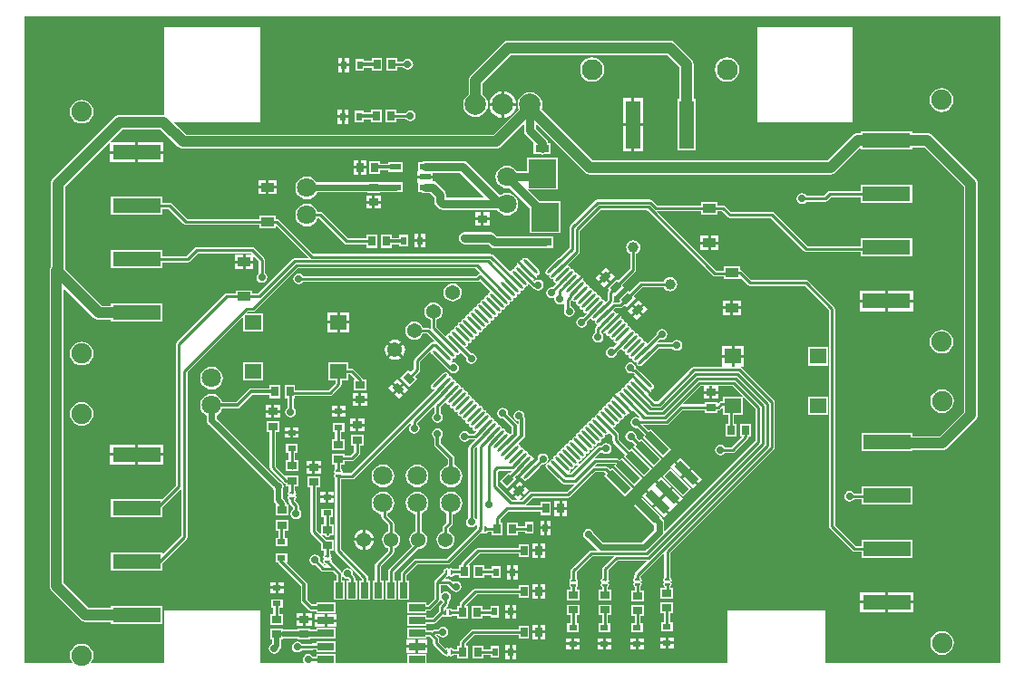
<source format=gtl>
G04 Layer_Physical_Order=1*
G04 Layer_Color=255*
%FSLAX44Y44*%
%MOMM*%
G71*
G01*
G75*
%ADD10R,0.5000X0.8000*%
%ADD11R,1.0000X0.6000*%
%ADD12R,1.5000X0.7000*%
%ADD13R,0.7000X1.5000*%
G04:AMPARAMS|DCode=14|XSize=0.3mm|YSize=1.8mm|CornerRadius=0mm|HoleSize=0mm|Usage=FLASHONLY|Rotation=315.000|XOffset=0mm|YOffset=0mm|HoleType=Round|Shape=Round|*
%AMOVALD14*
21,1,1.5000,0.3000,0.0000,0.0000,45.0*
1,1,0.3000,-0.5303,-0.5303*
1,1,0.3000,0.5303,0.5303*
%
%ADD14OVALD14*%

G04:AMPARAMS|DCode=15|XSize=0.3mm|YSize=1.8mm|CornerRadius=0mm|HoleSize=0mm|Usage=FLASHONLY|Rotation=225.000|XOffset=0mm|YOffset=0mm|HoleType=Round|Shape=Round|*
%AMOVALD15*
21,1,1.5000,0.3000,0.0000,0.0000,315.0*
1,1,0.3000,-0.5303,0.5303*
1,1,0.3000,0.5303,-0.5303*
%
%ADD15OVALD15*%

%ADD16C,0.1270*%
%ADD17R,0.9000X0.7000*%
%ADD18R,0.7000X0.9000*%
%ADD19R,1.4000X4.5000*%
%ADD20R,4.5000X1.4000*%
%ADD21R,0.8000X0.5000*%
%ADD22R,1.5500X1.4000*%
G04:AMPARAMS|DCode=23|XSize=2.4mm|YSize=0.76mm|CornerRadius=0mm|HoleSize=0mm|Usage=FLASHONLY|Rotation=135.000|XOffset=0mm|YOffset=0mm|HoleType=Round|Shape=Rectangle|*
%AMROTATEDRECTD23*
4,1,4,1.1172,-0.5798,0.5798,-1.1172,-1.1172,0.5798,-0.5798,1.1172,1.1172,-0.5798,0.0*
%
%ADD23ROTATEDRECTD23*%

%ADD24R,1.2000X0.8500*%
%ADD25R,1.2700X0.7620*%
%ADD26R,2.5400X2.6700*%
G04:AMPARAMS|DCode=27|XSize=0.9mm|YSize=0.7mm|CornerRadius=0mm|HoleSize=0mm|Usage=FLASHONLY|Rotation=135.000|XOffset=0mm|YOffset=0mm|HoleType=Round|Shape=Rectangle|*
%AMROTATEDRECTD27*
4,1,4,0.5657,-0.0707,0.0707,-0.5657,-0.5657,0.0707,-0.0707,0.5657,0.5657,-0.0707,0.0*
%
%ADD27ROTATEDRECTD27*%

G04:AMPARAMS|DCode=28|XSize=0.9mm|YSize=0.7mm|CornerRadius=0mm|HoleSize=0mm|Usage=FLASHONLY|Rotation=225.000|XOffset=0mm|YOffset=0mm|HoleType=Round|Shape=Rectangle|*
%AMROTATEDRECTD28*
4,1,4,0.0707,0.5657,0.5657,0.0707,-0.0707,-0.5657,-0.5657,-0.0707,0.0707,0.5657,0.0*
%
%ADD28ROTATEDRECTD28*%

%ADD29C,0.8000*%
%ADD30C,1.0000*%
%ADD31C,0.2500*%
%ADD32C,0.6000*%
%ADD33C,0.3000*%
%ADD34C,0.5000*%
%ADD35C,1.8000*%
%ADD36C,1.0000*%
%ADD37C,2.0000*%
%ADD38C,1.9500*%
%ADD39C,1.3716*%
%ADD40C,1.9000*%
%ADD41C,0.7000*%
G36*
X1410451Y379730D02*
X1247140D01*
Y429260D01*
X1155700Y429260D01*
Y379730D01*
X875074D01*
Y388694D01*
X857026D01*
Y379730D01*
X790074D01*
Y388694D01*
X772026D01*
Y386368D01*
X768692D01*
X768162Y387162D01*
X766500Y388273D01*
X764540Y388662D01*
X762580Y388273D01*
X760918Y387162D01*
X759808Y385500D01*
X759418Y383540D01*
X759808Y381580D01*
X760918Y379918D01*
X761199Y379730D01*
X720090D01*
X720090Y429260D01*
X629920Y429260D01*
X629920Y379730D01*
X561352D01*
X562649Y381420D01*
X563760Y384102D01*
X564139Y386980D01*
X563760Y389858D01*
X562649Y392540D01*
X560882Y394842D01*
X558580Y396609D01*
X555898Y397720D01*
X553020Y398099D01*
X550142Y397720D01*
X547460Y396609D01*
X545158Y394842D01*
X543391Y392540D01*
X542280Y389858D01*
X541901Y386980D01*
X542280Y384102D01*
X543391Y381420D01*
X544688Y379730D01*
X499629D01*
Y985001D01*
X1410451D01*
Y379730D01*
D02*
G37*
%LPC*%
G36*
X998870Y523240D02*
X994140D01*
Y517510D01*
X998870D01*
Y523240D01*
D02*
G37*
G36*
X1090658Y529155D02*
X1087102Y525598D01*
X1096457Y516243D01*
X1100013Y519800D01*
X1090658Y529155D01*
D02*
G37*
G36*
X1096011Y534508D02*
X1092454Y530951D01*
X1101809Y521596D01*
X1105366Y525153D01*
X1096011Y534508D01*
D02*
G37*
G36*
X1006140Y523240D02*
X1001410D01*
Y517510D01*
X1006140D01*
Y523240D01*
D02*
G37*
G36*
X991080Y512760D02*
X987350D01*
Y507530D01*
X991080D01*
Y512760D01*
D02*
G37*
G36*
X984810D02*
X981080D01*
Y507530D01*
X984810D01*
Y512760D01*
D02*
G37*
G36*
X737544Y606354D02*
X725496D01*
Y596306D01*
X728692D01*
Y562610D01*
X728907Y561528D01*
X729520Y560610D01*
X741625Y548505D01*
X741625Y548505D01*
X742543Y547892D01*
X743276Y547746D01*
Y545481D01*
X746472D01*
Y541016D01*
X746088Y540632D01*
X745962Y540329D01*
X745730Y540097D01*
X745363Y539210D01*
X745363Y538882D01*
X745237Y538579D01*
Y538099D01*
X745721Y536933D01*
X746431Y536638D01*
X745721Y536344D01*
X745237Y535178D01*
Y534698D01*
X745363Y534395D01*
X745363Y534067D01*
X745730Y533180D01*
X745962Y532948D01*
X746088Y532645D01*
X746472Y532261D01*
Y530860D01*
X746687Y529778D01*
X747300Y528860D01*
X750282Y525878D01*
Y523582D01*
X749488Y523052D01*
X748378Y521390D01*
X747988Y519430D01*
X748378Y517470D01*
X749488Y515808D01*
X751150Y514697D01*
X753110Y514308D01*
X755070Y514697D01*
X756732Y515808D01*
X757842Y517470D01*
X758232Y519430D01*
X757842Y521390D01*
X756732Y523052D01*
X755938Y523582D01*
Y527050D01*
X755938Y527050D01*
X755723Y528132D01*
X755520Y528437D01*
X755110Y529050D01*
X755110Y529050D01*
X752128Y532032D01*
Y532261D01*
X752512Y532645D01*
X752638Y532948D01*
X752870Y533180D01*
X753237Y534067D01*
Y534395D01*
X753363Y534698D01*
Y535178D01*
X752879Y536344D01*
X752169Y536638D01*
X752879Y536933D01*
X753363Y538099D01*
Y538579D01*
X753237Y538882D01*
Y539210D01*
X752870Y540097D01*
X752638Y540329D01*
X752512Y540632D01*
X752128Y541016D01*
Y545481D01*
X755324D01*
Y555529D01*
X743276D01*
Y554854D01*
X734348Y563782D01*
Y596306D01*
X737544D01*
Y606354D01*
D02*
G37*
G36*
X975104Y511784D02*
X967056D01*
Y508288D01*
X960094D01*
Y511484D01*
X950046D01*
Y499436D01*
X960094D01*
Y502632D01*
X967056D01*
Y500736D01*
X975104D01*
Y511784D01*
D02*
G37*
G36*
X788820Y533930D02*
X783590D01*
Y530200D01*
X788820D01*
Y533930D01*
D02*
G37*
G36*
X781050D02*
X775820D01*
Y530200D01*
X781050D01*
Y533930D01*
D02*
G37*
G36*
X1084860Y545659D02*
X1081303Y542102D01*
X1090658Y532747D01*
X1094215Y536304D01*
X1084860Y545659D01*
D02*
G37*
G36*
X1104991Y543488D02*
X1101435Y539931D01*
X1110790Y530576D01*
X1114346Y534133D01*
X1104991Y543488D01*
D02*
G37*
G36*
X998870Y531510D02*
X994140D01*
Y525780D01*
X998870D01*
Y531510D01*
D02*
G37*
G36*
X1099639Y538135D02*
X1096082Y534579D01*
X1105437Y525224D01*
X1108994Y528780D01*
X1099639Y538135D01*
D02*
G37*
G36*
X1079507Y540306D02*
X1075950Y536749D01*
X1085305Y527394D01*
X1088862Y530951D01*
X1079507Y540306D01*
D02*
G37*
G36*
X1006140Y531510D02*
X1001410D01*
Y525780D01*
X1006140D01*
Y531510D01*
D02*
G37*
G36*
X991080Y504990D02*
X987350D01*
Y499760D01*
X991080D01*
Y504990D01*
D02*
G37*
G36*
X825882Y494030D02*
X817880D01*
Y486029D01*
X819053Y486183D01*
X821329Y487126D01*
X823284Y488626D01*
X824784Y490581D01*
X825727Y492857D01*
X825882Y494030D01*
D02*
G37*
G36*
X815340D02*
X807338D01*
X807493Y492857D01*
X808436Y490581D01*
X809936Y488626D01*
X811891Y487126D01*
X814167Y486183D01*
X815340Y486029D01*
Y494030D01*
D02*
G37*
G36*
X985820Y492140D02*
X981090D01*
Y486410D01*
X985820D01*
Y492140D01*
D02*
G37*
G36*
X978550D02*
X973820D01*
Y486410D01*
X978550D01*
Y492140D01*
D02*
G37*
G36*
X960100Y471320D02*
X956370D01*
Y466090D01*
X960100D01*
Y471320D01*
D02*
G37*
G36*
X953830D02*
X950100D01*
Y466090D01*
X953830D01*
Y471320D01*
D02*
G37*
G36*
X985820Y483870D02*
X981090D01*
Y478140D01*
X985820D01*
Y483870D01*
D02*
G37*
G36*
X978550D02*
X973820D01*
Y478140D01*
X978550D01*
Y483870D01*
D02*
G37*
G36*
X817880Y504571D02*
Y496570D01*
X825882D01*
X825727Y497743D01*
X824784Y500019D01*
X823284Y501974D01*
X821329Y503474D01*
X819053Y504417D01*
X817880Y504571D01*
D02*
G37*
G36*
X815340D02*
X814167Y504417D01*
X811891Y503474D01*
X809936Y501974D01*
X808436Y500019D01*
X807493Y497743D01*
X807338Y496570D01*
X815340D01*
Y504571D01*
D02*
G37*
G36*
X984810Y504990D02*
X981080D01*
Y499760D01*
X984810D01*
Y504990D01*
D02*
G37*
G36*
X775644Y554284D02*
X763596D01*
Y544236D01*
X766792D01*
Y502890D01*
X767007Y501808D01*
X767620Y500890D01*
X776296Y492214D01*
Y485166D01*
X779492D01*
Y481735D01*
X779108Y481351D01*
X778982Y481048D01*
X778750Y480816D01*
X778383Y479929D01*
X778383Y479601D01*
X778257Y479298D01*
Y478818D01*
X778741Y477652D01*
X779451Y477357D01*
X778741Y477063D01*
X778257Y475897D01*
Y475417D01*
X778383Y475114D01*
X778383Y474786D01*
X778750Y473899D01*
X778982Y473667D01*
X779108Y473364D01*
X779787Y472685D01*
X780090Y472559D01*
X780322Y472327D01*
X781191Y471968D01*
X781842Y471316D01*
X779824D01*
X775826Y475314D01*
X776012Y476250D01*
X775622Y478210D01*
X774512Y479872D01*
X772850Y480983D01*
X770890Y481372D01*
X768930Y480983D01*
X767268Y479872D01*
X766158Y478210D01*
X765768Y476250D01*
X766158Y474290D01*
X767268Y472628D01*
X768930Y471517D01*
X770890Y471128D01*
X771826Y471314D01*
X776652Y466488D01*
X777570Y465875D01*
X778652Y465660D01*
X787498D01*
X790722Y462436D01*
Y457194D01*
X788526D01*
Y439146D01*
X798574D01*
Y457194D01*
X796378D01*
Y462893D01*
X796637Y461590D01*
X797748Y459928D01*
X799410Y458817D01*
X801370Y458428D01*
X802306Y458614D01*
X802722Y458198D01*
Y457194D01*
X800526D01*
Y439146D01*
X810574D01*
Y457194D01*
X808378D01*
Y459370D01*
X808163Y460452D01*
X807550Y461370D01*
X806306Y462614D01*
X806492Y463550D01*
X806103Y465510D01*
X804992Y467172D01*
X803330Y468283D01*
X801370Y468672D01*
X799410Y468283D01*
X797748Y467172D01*
X796637Y465510D01*
X796319Y463908D01*
X796163Y464690D01*
X795550Y465608D01*
X790670Y470488D01*
X786257Y474901D01*
Y475114D01*
X786383Y475417D01*
Y475897D01*
X785899Y477063D01*
X785190Y477357D01*
X785899Y477652D01*
X786383Y478818D01*
Y479298D01*
X786257Y479601D01*
Y479929D01*
X785890Y480816D01*
X785658Y481048D01*
X785532Y481351D01*
X785148Y481735D01*
Y485166D01*
X788344D01*
Y495214D01*
X781296D01*
X777344Y499166D01*
X779795D01*
X780320Y498380D01*
X781238Y497767D01*
X782320Y497552D01*
X783402Y497767D01*
X784320Y498380D01*
X784845Y499166D01*
X788344D01*
Y509214D01*
X785148D01*
Y516176D01*
X787844D01*
Y524224D01*
X776796D01*
Y516176D01*
X779492D01*
Y509214D01*
X776296D01*
Y500214D01*
X772448Y504062D01*
Y544236D01*
X775644D01*
Y554284D01*
D02*
G37*
G36*
X897890Y540205D02*
X895143Y539843D01*
X892583Y538783D01*
X890384Y537096D01*
X888697Y534897D01*
X887637Y532337D01*
X887275Y529590D01*
X887637Y526843D01*
X888697Y524283D01*
X890384Y522084D01*
X892583Y520397D01*
X893792Y519897D01*
Y511712D01*
X890810Y508730D01*
X890197Y507812D01*
X889982Y506730D01*
Y503201D01*
X888583Y502622D01*
X886832Y501278D01*
X885488Y499527D01*
X884644Y497488D01*
X884356Y495300D01*
X884644Y493112D01*
X885488Y491073D01*
X886832Y489322D01*
X888583Y487978D01*
X890622Y487134D01*
X892810Y486846D01*
X894998Y487134D01*
X897037Y487978D01*
X898788Y489322D01*
X900132Y491073D01*
X900976Y493112D01*
X901264Y495300D01*
X900976Y497488D01*
X900132Y499527D01*
X898788Y501278D01*
X897037Y502622D01*
X895638Y503201D01*
Y505559D01*
X898620Y508540D01*
X899233Y509458D01*
X899448Y510540D01*
Y519180D01*
X900637Y519337D01*
X903197Y520397D01*
X905396Y522084D01*
X907083Y524283D01*
X908143Y526843D01*
X908505Y529590D01*
X908143Y532337D01*
X907083Y534897D01*
X905396Y537096D01*
X903197Y538783D01*
X900637Y539843D01*
X897890Y540205D01*
D02*
G37*
G36*
X866140D02*
X863393Y539843D01*
X860833Y538783D01*
X858634Y537096D01*
X856947Y534897D01*
X855887Y532337D01*
X855525Y529590D01*
X855887Y526843D01*
X856947Y524283D01*
X858634Y522084D01*
X860833Y520397D01*
X863393Y519337D01*
X864582Y519180D01*
Y503201D01*
X863183Y502622D01*
X861432Y501278D01*
X860088Y499527D01*
X859244Y497488D01*
X858956Y495300D01*
X859244Y493112D01*
X860088Y491073D01*
X861349Y489429D01*
X840010Y468090D01*
X839397Y467172D01*
X839182Y466090D01*
Y457194D01*
X836526D01*
Y439146D01*
X846574D01*
Y457194D01*
X844838D01*
Y464919D01*
X866841Y486921D01*
X867410Y486846D01*
X869598Y487134D01*
X871637Y487978D01*
X873388Y489322D01*
X874732Y491073D01*
X875576Y493112D01*
X875864Y495300D01*
X875576Y497488D01*
X874732Y499527D01*
X873388Y501278D01*
X871637Y502622D01*
X870238Y503201D01*
Y519897D01*
X871447Y520397D01*
X873646Y522084D01*
X875333Y524283D01*
X876393Y526843D01*
X876755Y529590D01*
X876393Y532337D01*
X875333Y534897D01*
X873646Y537096D01*
X871447Y538783D01*
X868887Y539843D01*
X866140Y540205D01*
D02*
G37*
G36*
X745964Y514144D02*
X733916D01*
Y504096D01*
X736642D01*
Y497134D01*
X733946D01*
Y489086D01*
X744994D01*
Y497134D01*
X742298D01*
Y504096D01*
X745964D01*
Y514144D01*
D02*
G37*
G36*
X970844Y491164D02*
X960796D01*
Y487968D01*
X923290D01*
X923290Y487968D01*
X922208Y487753D01*
X921903Y487550D01*
X921290Y487140D01*
X921290Y487140D01*
X908090Y473940D01*
X907477Y473022D01*
X907262Y471940D01*
Y471314D01*
X905066D01*
Y468118D01*
X899834D01*
X899739Y468158D01*
X899507Y468390D01*
X898620Y468757D01*
X898292D01*
X897989Y468883D01*
X897509D01*
X896343Y468399D01*
X896049Y467690D01*
X895754Y468399D01*
X894588Y468883D01*
X894108D01*
X893805Y468757D01*
X893477D01*
X892590Y468390D01*
X892358Y468158D01*
X892055Y468032D01*
X891376Y467353D01*
X891250Y467050D01*
X891018Y466818D01*
X890651Y465931D01*
X890651Y465603D01*
X890525Y465300D01*
Y465077D01*
X883190Y457742D01*
X882577Y456824D01*
X882362Y455742D01*
Y440592D01*
X876268Y434498D01*
X875074D01*
Y436694D01*
X857026D01*
Y426646D01*
X875074D01*
Y428842D01*
X877440D01*
X878522Y429057D01*
X879440Y429670D01*
X887190Y437420D01*
X887803Y438338D01*
X888018Y439420D01*
Y440297D01*
X888077Y440000D01*
X889188Y438338D01*
X889982Y437808D01*
Y436782D01*
X887470Y434270D01*
X886857Y433352D01*
X886642Y432270D01*
Y428362D01*
X880779Y422498D01*
X875074D01*
Y424694D01*
X857026D01*
Y414646D01*
X875074D01*
Y416842D01*
X881950D01*
X883032Y417057D01*
X883950Y417670D01*
X890446Y424166D01*
X890635Y423978D01*
X890938Y423852D01*
X891170Y423620D01*
X892057Y423253D01*
X892385Y423253D01*
X892688Y423127D01*
X893168D01*
X894334Y423611D01*
X894629Y424320D01*
X894923Y423611D01*
X896089Y423127D01*
X896569D01*
X896872Y423253D01*
X897200Y423253D01*
X898087Y423620D01*
X898319Y423852D01*
X898622Y423978D01*
X899006Y424362D01*
X903496D01*
Y421166D01*
X913544D01*
Y433214D01*
X911348D01*
Y433638D01*
X921921Y444212D01*
X960796D01*
Y441016D01*
X970844D01*
Y453064D01*
X960796D01*
Y449868D01*
X920750D01*
X920750Y449868D01*
X919847Y449689D01*
X919668Y449653D01*
X918750Y449040D01*
X906520Y436810D01*
X905907Y435892D01*
X905692Y434810D01*
Y433214D01*
X903496D01*
Y430018D01*
X899006D01*
X898622Y430402D01*
X898319Y430528D01*
X898087Y430760D01*
X897200Y431127D01*
X896872D01*
X896569Y431253D01*
X896089D01*
X894923Y430769D01*
X894629Y430060D01*
X894334Y430769D01*
X893168Y431253D01*
X892688D01*
X892385Y431127D01*
X892327D01*
X894810Y433610D01*
X894810Y433610D01*
X895423Y434528D01*
X895638Y435610D01*
Y437808D01*
X896432Y438338D01*
X897542Y440000D01*
X897932Y441960D01*
X897542Y443920D01*
X896432Y445582D01*
X894770Y446693D01*
X892810Y447082D01*
X890850Y446693D01*
X889188Y445582D01*
X888077Y443920D01*
X888018Y443623D01*
Y452914D01*
X894366D01*
X897850Y449430D01*
X897970Y449350D01*
X899000Y447808D01*
X900662Y446697D01*
X902623Y446307D01*
X904583Y446697D01*
X906245Y447808D01*
X907355Y449469D01*
X907745Y451430D01*
X907355Y453390D01*
X906245Y455052D01*
X904583Y456162D01*
X902623Y456552D01*
X900662Y456162D01*
X899736Y455544D01*
X897538Y457742D01*
X896620Y458355D01*
X895538Y458570D01*
X892018D01*
X894205Y460757D01*
X894588D01*
X895754Y461241D01*
X896049Y461950D01*
X896343Y461241D01*
X897509Y460757D01*
X897989D01*
X898292Y460883D01*
X898620Y460883D01*
X899507Y461250D01*
X899739Y461482D01*
X900042Y461608D01*
X900721Y462287D01*
X900794Y462462D01*
X905066D01*
Y459266D01*
X915114D01*
Y471314D01*
X913464D01*
X924462Y482312D01*
X960796D01*
Y479116D01*
X970844D01*
Y491164D01*
D02*
G37*
G36*
X1102821Y562239D02*
X1095291Y554710D01*
X1114417Y535584D01*
X1121946Y543113D01*
X1102821Y562239D01*
D02*
G37*
G36*
X629520Y573710D02*
X605790D01*
Y565480D01*
X629520D01*
Y573710D01*
D02*
G37*
G36*
X603250D02*
X579520D01*
Y565480D01*
X603250D01*
Y573710D01*
D02*
G37*
G36*
Y584480D02*
X579520D01*
Y576250D01*
X603250D01*
Y584480D01*
D02*
G37*
G36*
X983702Y575935D02*
X981742Y575545D01*
X980080Y574435D01*
X978969Y572773D01*
X978580Y570813D01*
X978766Y569876D01*
X978001Y569112D01*
X977943Y569404D01*
X977778Y569651D01*
X969770Y561642D01*
X961761Y553634D01*
X962008Y553469D01*
X963568Y553159D01*
X964107Y553266D01*
X964256Y552522D01*
X964924Y551521D01*
X965924Y550853D01*
X967104Y550618D01*
X968284Y550853D01*
X969284Y551521D01*
X979891Y562128D01*
X980559Y563128D01*
X980694Y563804D01*
X982766Y565877D01*
X983702Y565690D01*
X985662Y566080D01*
X987324Y567191D01*
X988435Y568852D01*
X988824Y570813D01*
X988435Y572773D01*
X987324Y574435D01*
X985662Y575545D01*
X983702Y575935D01*
D02*
G37*
G36*
X1065711Y596942D02*
X1063750Y596553D01*
X1062088Y595442D01*
X1060978Y593780D01*
X1060588Y591820D01*
X1060978Y589860D01*
X1062088Y588198D01*
X1063750Y587088D01*
X1065711Y586698D01*
X1066647Y586884D01*
X1069479Y584052D01*
X1067714Y582287D01*
X1086840Y563161D01*
X1094369Y570691D01*
X1075243Y589816D01*
X1073479Y588052D01*
X1070647Y590884D01*
X1070833Y591820D01*
X1070443Y593780D01*
X1069333Y595442D01*
X1067671Y596553D01*
X1065711Y596942D01*
D02*
G37*
G36*
X1111801Y572600D02*
X1108244Y569043D01*
X1117599Y559688D01*
X1121156Y563245D01*
X1111801Y572600D01*
D02*
G37*
G36*
X776620Y569260D02*
X770890D01*
Y564530D01*
X776620D01*
Y569260D01*
D02*
G37*
G36*
X768350D02*
X762620D01*
Y564530D01*
X768350D01*
Y569260D01*
D02*
G37*
G36*
X808990Y601360D02*
X803260D01*
Y596630D01*
X808990D01*
Y601360D01*
D02*
G37*
G36*
X755800Y594245D02*
X750570D01*
Y590515D01*
X755800D01*
Y594245D01*
D02*
G37*
G36*
X748030Y600515D02*
X742800D01*
Y596785D01*
X748030D01*
Y600515D01*
D02*
G37*
G36*
X817260Y601360D02*
X811530D01*
Y596630D01*
X817260D01*
Y601360D01*
D02*
G37*
G36*
X798474Y604234D02*
X787426D01*
Y596186D01*
X789652D01*
Y589224D01*
X786456D01*
Y579176D01*
X798504D01*
Y589224D01*
X795308D01*
Y596186D01*
X798474D01*
Y604234D01*
D02*
G37*
G36*
X629520Y584480D02*
X605790D01*
Y576250D01*
X629520D01*
Y584480D01*
D02*
G37*
G36*
X748030Y594245D02*
X742800D01*
Y590515D01*
X748030D01*
Y594245D01*
D02*
G37*
G36*
X1178181Y603849D02*
X1168133D01*
Y591801D01*
X1169461D01*
X1159609Y581948D01*
X1153503D01*
X1152972Y582742D01*
X1151310Y583853D01*
X1149350Y584242D01*
X1147390Y583853D01*
X1145728Y582742D01*
X1144617Y581080D01*
X1144228Y579120D01*
X1144617Y577160D01*
X1145728Y575498D01*
X1147390Y574388D01*
X1149350Y573998D01*
X1151310Y574388D01*
X1152972Y575498D01*
X1153503Y576292D01*
X1160780D01*
X1161862Y576507D01*
X1162780Y577120D01*
X1175157Y589497D01*
X1175157Y589497D01*
X1175770Y590414D01*
X1175985Y591497D01*
Y591801D01*
X1178181D01*
Y603849D01*
D02*
G37*
G36*
X754824Y584539D02*
X743776D01*
Y576491D01*
X746472D01*
Y569529D01*
X743276D01*
Y559481D01*
X748025D01*
X748218Y559352D01*
X749300Y559137D01*
X750382Y559352D01*
X750575Y559481D01*
X755324D01*
Y569529D01*
X752128D01*
Y576491D01*
X754824D01*
Y584539D01*
D02*
G37*
G36*
X1328884Y545364D02*
X1280836D01*
Y538768D01*
X1274153D01*
X1273622Y539562D01*
X1271960Y540672D01*
X1270000Y541062D01*
X1268040Y540672D01*
X1266378Y539562D01*
X1265267Y537900D01*
X1264878Y535940D01*
X1265267Y533980D01*
X1266378Y532318D01*
X1268040Y531208D01*
X1270000Y530818D01*
X1271960Y531208D01*
X1273622Y532318D01*
X1274153Y533112D01*
X1280836D01*
Y528316D01*
X1328884D01*
Y545364D01*
D02*
G37*
G36*
X966977Y545332D02*
X962925Y541281D01*
X966270Y537936D01*
X970322Y541988D01*
X966977Y545332D01*
D02*
G37*
G36*
X961837Y550473D02*
X957785Y546421D01*
X961130Y543077D01*
X965181Y547128D01*
X961837Y550473D01*
D02*
G37*
G36*
X1093840Y554639D02*
X1090284Y551082D01*
X1099639Y541727D01*
X1103195Y545284D01*
X1093840Y554639D01*
D02*
G37*
G36*
X781050Y540200D02*
X775820D01*
Y536470D01*
X781050D01*
Y540200D01*
D02*
G37*
G36*
X1088487Y549286D02*
X1084931Y545730D01*
X1094286Y536375D01*
X1097842Y539931D01*
X1088487Y549286D01*
D02*
G37*
G36*
X955989Y544625D02*
X951937Y540573D01*
X955282Y537229D01*
X959333Y541281D01*
X955989Y544625D01*
D02*
G37*
G36*
X788820Y540200D02*
X783590D01*
Y536470D01*
X788820D01*
Y540200D01*
D02*
G37*
G36*
X1106448Y567247D02*
X1102891Y563690D01*
X1112246Y554335D01*
X1115803Y557892D01*
X1106448Y567247D01*
D02*
G37*
G36*
X1122952Y561449D02*
X1119395Y557892D01*
X1128750Y548537D01*
X1132307Y552094D01*
X1122952Y561449D01*
D02*
G37*
G36*
X776620Y561990D02*
X770890D01*
Y557260D01*
X776620D01*
Y561990D01*
D02*
G37*
G36*
X768350D02*
X762620D01*
Y557260D01*
X768350D01*
Y561990D01*
D02*
G37*
G36*
X834390Y565605D02*
X831643Y565243D01*
X829083Y564183D01*
X826884Y562496D01*
X825197Y560297D01*
X824137Y557737D01*
X823775Y554990D01*
X824137Y552243D01*
X825197Y549683D01*
X826884Y547484D01*
X829083Y545797D01*
X831643Y544737D01*
X834390Y544375D01*
X837137Y544737D01*
X839697Y545797D01*
X841896Y547484D01*
X843583Y549683D01*
X844643Y552243D01*
X845005Y554990D01*
X844643Y557737D01*
X843583Y560297D01*
X841896Y562496D01*
X839697Y564183D01*
X837137Y565243D01*
X834390Y565605D01*
D02*
G37*
G36*
X1117599Y556096D02*
X1114042Y552539D01*
X1123397Y543184D01*
X1126954Y546741D01*
X1117599Y556096D01*
D02*
G37*
G36*
X885190Y599482D02*
X883230Y599092D01*
X881568Y597982D01*
X880458Y596320D01*
X880068Y594360D01*
X880458Y592400D01*
X881568Y590738D01*
X882107Y590378D01*
Y584200D01*
X882107Y584200D01*
X882342Y583020D01*
X883010Y582020D01*
X894807Y570223D01*
Y565104D01*
X892583Y564183D01*
X890384Y562496D01*
X888697Y560297D01*
X887637Y557737D01*
X887275Y554990D01*
X887637Y552243D01*
X888697Y549683D01*
X890384Y547484D01*
X892583Y545797D01*
X895143Y544737D01*
X897890Y544375D01*
X900637Y544737D01*
X903197Y545797D01*
X905396Y547484D01*
X907083Y549683D01*
X908143Y552243D01*
X908505Y554990D01*
X908143Y557737D01*
X907083Y560297D01*
X905396Y562496D01*
X903197Y564183D01*
X900973Y565104D01*
Y571500D01*
X900973Y571500D01*
X900739Y572680D01*
X900070Y573680D01*
X900070Y573680D01*
X888273Y585477D01*
Y590378D01*
X888812Y590738D01*
X889922Y592400D01*
X890312Y594360D01*
X889922Y596320D01*
X888812Y597982D01*
X887150Y599092D01*
X885190Y599482D01*
D02*
G37*
G36*
X866140Y565605D02*
X863393Y565243D01*
X860833Y564183D01*
X858634Y562496D01*
X856947Y560297D01*
X855887Y557737D01*
X855525Y554990D01*
X855887Y552243D01*
X856947Y549683D01*
X858634Y547484D01*
X860833Y545797D01*
X863393Y544737D01*
X866140Y544375D01*
X868887Y544737D01*
X871447Y545797D01*
X873646Y547484D01*
X875333Y549683D01*
X876393Y552243D01*
X876755Y554990D01*
X876393Y557737D01*
X875333Y560297D01*
X873646Y562496D01*
X871447Y564183D01*
X868887Y565243D01*
X866140Y565605D01*
D02*
G37*
G36*
X929114Y471314D02*
X919066D01*
Y459266D01*
X929114D01*
Y462462D01*
X936076D01*
Y459296D01*
X944124D01*
Y470344D01*
X936076D01*
Y468118D01*
X929114D01*
Y471314D01*
D02*
G37*
G36*
X1077956Y402998D02*
X1072726D01*
Y399268D01*
X1077956D01*
Y402998D01*
D02*
G37*
G36*
X1047476D02*
X1042246D01*
Y399268D01*
X1047476D01*
Y402998D01*
D02*
G37*
G36*
X1018266Y402998D02*
X1013036D01*
Y399268D01*
X1018266D01*
Y402998D01*
D02*
G37*
G36*
X1010496D02*
X1005266D01*
Y399268D01*
X1010496D01*
Y402998D01*
D02*
G37*
G36*
X790074Y400694D02*
X772026D01*
Y398498D01*
X769180D01*
X768098Y398283D01*
X767372Y397798D01*
X758532D01*
X758002Y398592D01*
X756340Y399702D01*
X754380Y400092D01*
X752420Y399702D01*
X750758Y398592D01*
X749648Y396930D01*
X749258Y394970D01*
X749648Y393010D01*
X750758Y391348D01*
X752420Y390238D01*
X754380Y389848D01*
X756340Y390238D01*
X758002Y391348D01*
X758532Y392142D01*
X768480D01*
X769562Y392357D01*
X770288Y392842D01*
X772026D01*
Y390646D01*
X790074D01*
Y400694D01*
D02*
G37*
G36*
X876050Y401670D02*
X867320D01*
Y396940D01*
X876050D01*
Y401670D01*
D02*
G37*
G36*
X1070186Y402998D02*
X1064957D01*
Y399268D01*
X1070186D01*
Y402998D01*
D02*
G37*
G36*
X1039706D02*
X1034476D01*
Y399268D01*
X1039706D01*
Y402998D01*
D02*
G37*
G36*
X1077950Y434032D02*
X1065902D01*
Y423984D01*
X1069098D01*
Y417022D01*
X1065932D01*
Y408974D01*
X1076980D01*
Y417022D01*
X1074755D01*
Y423984D01*
X1077950D01*
Y434032D01*
D02*
G37*
G36*
X1047470Y434652D02*
X1035423D01*
Y424604D01*
X1038618D01*
Y417022D01*
X1035452D01*
Y408974D01*
X1046500D01*
Y417022D01*
X1044275D01*
Y424604D01*
X1047470D01*
Y434652D01*
D02*
G37*
G36*
X1105420Y436422D02*
X1093372D01*
Y426374D01*
X1096568D01*
Y417894D01*
X1093826D01*
Y409846D01*
X1104874D01*
Y417894D01*
X1102225D01*
Y426374D01*
X1105420D01*
Y436422D01*
D02*
G37*
G36*
X1018260Y434652D02*
X1006212D01*
Y424604D01*
X1009408D01*
Y417022D01*
X1006243D01*
Y408974D01*
X1017290D01*
Y417022D01*
X1015065D01*
Y424604D01*
X1018260D01*
Y434652D01*
D02*
G37*
G36*
X1105850Y403870D02*
X1100620D01*
Y400140D01*
X1105850D01*
Y403870D01*
D02*
G37*
G36*
X1098080D02*
X1092850D01*
Y400140D01*
X1098080D01*
Y403870D01*
D02*
G37*
G36*
X985820Y407670D02*
X981090D01*
Y401940D01*
X985820D01*
Y407670D01*
D02*
G37*
G36*
X978550D02*
X973820D01*
Y401940D01*
X978550D01*
Y407670D01*
D02*
G37*
G36*
X864780Y401670D02*
X856050D01*
Y396940D01*
X864780D01*
Y401670D01*
D02*
G37*
G36*
X876050Y394400D02*
X867320D01*
Y389670D01*
X876050D01*
Y394400D01*
D02*
G37*
G36*
X864780D02*
X856050D01*
Y389670D01*
X864780D01*
Y394400D01*
D02*
G37*
G36*
X958830Y396860D02*
X955100D01*
Y391630D01*
X958830D01*
Y396860D01*
D02*
G37*
G36*
X952560D02*
X948830D01*
Y391630D01*
X952560D01*
Y396860D01*
D02*
G37*
G36*
X958830Y389090D02*
X955100D01*
Y383860D01*
X958830D01*
Y389090D01*
D02*
G37*
G36*
X952560D02*
X948830D01*
Y383860D01*
X952560D01*
Y389090D01*
D02*
G37*
G36*
X1356360Y409959D02*
X1353482Y409580D01*
X1350800Y408469D01*
X1348498Y406702D01*
X1346731Y404399D01*
X1345620Y401718D01*
X1345241Y398840D01*
X1345620Y395962D01*
X1346731Y393280D01*
X1348498Y390978D01*
X1350800Y389211D01*
X1353482Y388100D01*
X1356360Y387721D01*
X1359238Y388100D01*
X1361920Y389211D01*
X1364222Y390978D01*
X1365989Y393280D01*
X1367100Y395962D01*
X1367479Y398840D01*
X1367100Y401718D01*
X1365989Y404399D01*
X1364222Y406702D01*
X1361920Y408469D01*
X1359238Y409580D01*
X1356360Y409959D01*
D02*
G37*
G36*
X927844Y396384D02*
X917796D01*
Y384336D01*
X927844D01*
Y387532D01*
X934806D01*
Y384836D01*
X942854D01*
Y395884D01*
X934806D01*
Y393188D01*
X927844D01*
Y396384D01*
D02*
G37*
G36*
X1018266Y396728D02*
X1013036D01*
Y392998D01*
X1018266D01*
Y396728D01*
D02*
G37*
G36*
X1010496D02*
X1005266D01*
Y392998D01*
X1010496D01*
Y396728D01*
D02*
G37*
G36*
X1105850Y397600D02*
X1100620D01*
Y393870D01*
X1105850D01*
Y397600D01*
D02*
G37*
G36*
X1098080D02*
X1092850D01*
Y393870D01*
X1098080D01*
Y397600D01*
D02*
G37*
G36*
X1047476Y396728D02*
X1042246D01*
Y392998D01*
X1047476D01*
Y396728D01*
D02*
G37*
G36*
X1039706D02*
X1034476D01*
Y392998D01*
X1039706D01*
Y396728D01*
D02*
G37*
G36*
X1077956D02*
X1072726D01*
Y392998D01*
X1077956D01*
Y396728D01*
D02*
G37*
G36*
X1070186D02*
X1064957D01*
Y392998D01*
X1070186D01*
Y396728D01*
D02*
G37*
G36*
X978550Y415940D02*
X973820D01*
Y410210D01*
X978550D01*
Y415940D01*
D02*
G37*
G36*
X834390Y540205D02*
X831643Y539843D01*
X829083Y538783D01*
X826884Y537096D01*
X825197Y534897D01*
X824137Y532337D01*
X823775Y529590D01*
X824137Y526843D01*
X825197Y524283D01*
X826884Y522084D01*
X829083Y520397D01*
X831643Y519337D01*
X832832Y519180D01*
Y516890D01*
X833047Y515808D01*
X833660Y514890D01*
X839182Y509369D01*
Y503201D01*
X837783Y502622D01*
X836032Y501278D01*
X834688Y499527D01*
X833844Y497488D01*
X833556Y495300D01*
X833844Y493112D01*
X834688Y491073D01*
X836032Y489322D01*
X837783Y487978D01*
X839182Y487399D01*
Y485042D01*
X827550Y473410D01*
X826937Y472492D01*
X826722Y471410D01*
Y457194D01*
X824526D01*
Y439146D01*
X834574D01*
Y457194D01*
X832378D01*
Y470238D01*
X844010Y481870D01*
X844623Y482788D01*
X844838Y483870D01*
Y487399D01*
X846237Y487978D01*
X847988Y489322D01*
X849332Y491073D01*
X850176Y493112D01*
X850464Y495300D01*
X850176Y497488D01*
X849332Y499527D01*
X847988Y501278D01*
X846237Y502622D01*
X844838Y503201D01*
Y510540D01*
X844623Y511622D01*
X844010Y512540D01*
X844010Y512540D01*
X838488Y518061D01*
Y519897D01*
X839697Y520397D01*
X841896Y522084D01*
X843583Y524283D01*
X844643Y526843D01*
X845005Y529590D01*
X844643Y532337D01*
X843583Y534897D01*
X841896Y537096D01*
X839697Y538783D01*
X837137Y539843D01*
X834390Y540205D01*
D02*
G37*
G36*
X1329860Y446340D02*
X1306130D01*
Y438110D01*
X1329860D01*
Y446340D01*
D02*
G37*
G36*
X985820Y445770D02*
X981090D01*
Y440040D01*
X985820D01*
Y445770D01*
D02*
G37*
G36*
X978550D02*
X973820D01*
Y440040D01*
X978550D01*
Y445770D01*
D02*
G37*
G36*
X958530Y434490D02*
X954800D01*
Y429260D01*
X958530D01*
Y434490D01*
D02*
G37*
G36*
X952260D02*
X948530D01*
Y429260D01*
X952260D01*
Y434490D01*
D02*
G37*
G36*
X1303590Y446340D02*
X1279860D01*
Y438110D01*
X1303590D01*
Y446340D01*
D02*
G37*
G36*
X942554Y433514D02*
X934506D01*
Y430018D01*
X927544D01*
Y433214D01*
X917496D01*
Y421166D01*
X927544D01*
Y424362D01*
X934506D01*
Y422466D01*
X942554D01*
Y433514D01*
D02*
G37*
G36*
X741830Y455610D02*
X736600D01*
Y451880D01*
X741830D01*
Y455610D01*
D02*
G37*
G36*
X734060D02*
X728830D01*
Y451880D01*
X734060D01*
Y455610D01*
D02*
G37*
G36*
X960100Y463550D02*
X956370D01*
Y458320D01*
X960100D01*
Y463550D01*
D02*
G37*
G36*
X953830D02*
X950100D01*
Y458320D01*
X953830D01*
Y463550D01*
D02*
G37*
G36*
X741830Y449340D02*
X736600D01*
Y445610D01*
X741830D01*
Y449340D01*
D02*
G37*
G36*
X734060D02*
X728830D01*
Y445610D01*
X734060D01*
Y449340D01*
D02*
G37*
G36*
X985820Y454040D02*
X981090D01*
Y448310D01*
X985820D01*
Y454040D01*
D02*
G37*
G36*
X978550D02*
X973820D01*
Y448310D01*
X978550D01*
Y454040D01*
D02*
G37*
G36*
X1329860Y435570D02*
X1306130D01*
Y427340D01*
X1329860D01*
Y435570D01*
D02*
G37*
G36*
X759460Y419750D02*
X753730D01*
Y415020D01*
X759460D01*
Y419750D01*
D02*
G37*
G36*
X791050Y418400D02*
X782320D01*
Y413670D01*
X791050D01*
Y418400D01*
D02*
G37*
G36*
X740854Y439634D02*
X729806D01*
Y431586D01*
X732032D01*
Y425894D01*
X728836D01*
Y415846D01*
X740884D01*
Y425894D01*
X737688D01*
Y431586D01*
X740854D01*
Y439634D01*
D02*
G37*
G36*
X767730Y419750D02*
X762000D01*
Y415020D01*
X767730D01*
Y419750D01*
D02*
G37*
G36*
X790074Y412694D02*
X772026D01*
Y411123D01*
X766754D01*
Y412044D01*
X754706D01*
Y410973D01*
X741210D01*
X740884Y410908D01*
Y411894D01*
X728836D01*
Y401846D01*
X731227D01*
Y398512D01*
X730830Y398433D01*
X729168Y397322D01*
X728057Y395660D01*
X727668Y393700D01*
X728057Y391740D01*
X729168Y390078D01*
X730830Y388968D01*
X732790Y388578D01*
X734750Y388968D01*
X736412Y390078D01*
X737523Y391740D01*
X737744Y392851D01*
X738231Y393339D01*
X739120Y394670D01*
X739172Y394930D01*
X739433Y396240D01*
Y401846D01*
X740884D01*
Y402832D01*
X741210Y402767D01*
X754706D01*
Y401996D01*
X766754D01*
Y402917D01*
X772026D01*
Y402646D01*
X790074D01*
Y412694D01*
D02*
G37*
G36*
X985820Y415940D02*
X981090D01*
Y410210D01*
X985820D01*
Y415940D01*
D02*
G37*
G36*
X779780Y418400D02*
X771050D01*
Y413670D01*
X779780D01*
Y418400D01*
D02*
G37*
G36*
X970844Y414964D02*
X960796D01*
Y411768D01*
X918210D01*
X918210Y411768D01*
X917128Y411553D01*
X916823Y411350D01*
X916210Y410940D01*
X916210Y410940D01*
X906820Y401550D01*
X906207Y400632D01*
X905992Y399550D01*
Y396384D01*
X903796D01*
Y393188D01*
X900365D01*
X899981Y393572D01*
X899678Y393698D01*
X899446Y393930D01*
X898559Y394297D01*
X898231D01*
X897928Y394423D01*
X897448D01*
X896282Y393939D01*
X895987Y393229D01*
X895693Y393939D01*
X894527Y394423D01*
X894047D01*
X893744Y394297D01*
X893416D01*
X892700Y394000D01*
X886748Y399952D01*
Y402590D01*
X886533Y403672D01*
X885920Y404590D01*
X884398Y406112D01*
X886117D01*
X886648Y405318D01*
X888310Y404207D01*
X890270Y403818D01*
X892230Y404207D01*
X893892Y405318D01*
X895003Y406980D01*
X895392Y408940D01*
X895003Y410900D01*
X893892Y412562D01*
X892230Y413672D01*
X890270Y414062D01*
X888310Y413672D01*
X886648Y412562D01*
X886117Y411768D01*
X882650D01*
X881568Y411553D01*
X880650Y410940D01*
X879965Y410255D01*
X879922Y410283D01*
X878840Y410498D01*
X875074D01*
Y412694D01*
X857026D01*
Y402646D01*
X875074D01*
Y404842D01*
X877669D01*
X878110Y404400D01*
X881092Y401418D01*
Y398780D01*
X881307Y397698D01*
X881920Y396780D01*
X890340Y388360D01*
X891258Y387747D01*
X891429Y387713D01*
X891994Y387148D01*
X892297Y387022D01*
X892529Y386790D01*
X893416Y386423D01*
X893744Y386423D01*
X894047Y386297D01*
X894527D01*
X895693Y386781D01*
X895987Y387491D01*
X896282Y386781D01*
X897448Y386297D01*
X897928D01*
X898231Y386423D01*
X898559Y386423D01*
X899446Y386790D01*
X899678Y387022D01*
X899981Y387148D01*
X900365Y387532D01*
X903796D01*
Y384336D01*
X913844D01*
Y396384D01*
X911648D01*
Y398378D01*
X919381Y406112D01*
X960796D01*
Y402916D01*
X970844D01*
Y414964D01*
D02*
G37*
G36*
X767730Y427020D02*
X762000D01*
Y422290D01*
X767730D01*
Y427020D01*
D02*
G37*
G36*
X759460D02*
X753730D01*
Y422290D01*
X759460D01*
Y427020D01*
D02*
G37*
G36*
X1303590Y435570D02*
X1279860D01*
Y427340D01*
X1303590D01*
Y435570D01*
D02*
G37*
G36*
X744994Y482134D02*
X733946D01*
Y474086D01*
X736499D01*
X736621Y473470D01*
X737290Y472470D01*
X757647Y452113D01*
Y438150D01*
X757647Y438150D01*
X757881Y436970D01*
X758550Y435970D01*
X765030Y429490D01*
X765030Y429490D01*
X766030Y428821D01*
X767210Y428587D01*
X772026D01*
Y426646D01*
X790074D01*
Y436694D01*
X772026D01*
Y434753D01*
X768487D01*
X763813Y439427D01*
Y453390D01*
X763578Y454570D01*
X762910Y455570D01*
X762910Y455570D01*
X744394Y474086D01*
X744994D01*
Y482134D01*
D02*
G37*
G36*
X791050Y425670D02*
X782320D01*
Y420940D01*
X791050D01*
Y425670D01*
D02*
G37*
G36*
X779780D02*
X771050D01*
Y420940D01*
X779780D01*
Y425670D01*
D02*
G37*
G36*
X958530Y426720D02*
X954800D01*
Y421490D01*
X958530D01*
Y426720D01*
D02*
G37*
G36*
X952260D02*
X948530D01*
Y421490D01*
X952260D01*
Y426720D01*
D02*
G37*
G36*
X824230Y809610D02*
X818500D01*
Y804880D01*
X824230D01*
Y809610D01*
D02*
G37*
G36*
X934100Y801290D02*
X928370D01*
Y796560D01*
X934100D01*
Y801290D01*
D02*
G37*
G36*
X824230Y816880D02*
X818500D01*
Y812150D01*
X824230D01*
Y816880D01*
D02*
G37*
G36*
X832500Y809610D02*
X826770D01*
Y804880D01*
X832500D01*
Y809610D01*
D02*
G37*
G36*
X925830Y794020D02*
X920100D01*
Y789290D01*
X925830D01*
Y794020D01*
D02*
G37*
G36*
X857694Y780539D02*
X849646D01*
Y777298D01*
X842684D01*
Y780239D01*
X832636D01*
Y768191D01*
X842684D01*
Y771132D01*
X849646D01*
Y769491D01*
X857694D01*
Y780539D01*
D02*
G37*
G36*
X925830Y801290D02*
X920100D01*
Y796560D01*
X925830D01*
Y801290D01*
D02*
G37*
G36*
X934100Y794020D02*
X928370D01*
Y789290D01*
X934100D01*
Y794020D01*
D02*
G37*
G36*
X832500Y816880D02*
X826770D01*
Y812150D01*
X832500D01*
Y816880D01*
D02*
G37*
G36*
X725170Y831730D02*
X717940D01*
Y826250D01*
X725170D01*
Y831730D01*
D02*
G37*
G36*
X1328314Y826874D02*
X1280266D01*
Y821178D01*
X1251420D01*
X1251420Y821178D01*
X1250338Y820963D01*
X1249420Y820350D01*
X1245968Y816898D01*
X1229703D01*
X1229172Y817692D01*
X1227510Y818802D01*
X1225550Y819192D01*
X1223590Y818802D01*
X1221928Y817692D01*
X1220817Y816030D01*
X1220428Y814070D01*
X1220817Y812110D01*
X1221928Y810448D01*
X1223590Y809337D01*
X1225550Y808948D01*
X1227510Y809337D01*
X1229172Y810448D01*
X1229703Y811242D01*
X1247140D01*
X1248222Y811457D01*
X1249140Y812070D01*
X1252592Y815522D01*
X1280266D01*
Y809826D01*
X1328314D01*
Y826874D01*
D02*
G37*
G36*
X811500Y842010D02*
X806770D01*
Y836280D01*
X811500D01*
Y842010D01*
D02*
G37*
G36*
X734940Y831730D02*
X727710D01*
Y826250D01*
X734940D01*
Y831730D01*
D02*
G37*
G36*
X725170Y823710D02*
X717940D01*
Y818230D01*
X725170D01*
Y823710D01*
D02*
G37*
G36*
X908710Y849522D02*
X908710Y849522D01*
X873540D01*
X871385Y849093D01*
X870368Y848414D01*
X867016D01*
Y839890D01*
X866040D01*
Y835660D01*
X873540D01*
X881040D01*
Y838258D01*
X906377D01*
X930013Y814622D01*
X928608D01*
X927100Y814922D01*
X893362D01*
Y817880D01*
X892934Y820035D01*
X891713Y821863D01*
X891712Y821863D01*
X884703Y828873D01*
X882875Y830094D01*
X882518Y830165D01*
X881040Y830459D01*
Y833120D01*
X873540D01*
X866040D01*
Y828890D01*
X867016D01*
Y820366D01*
X870368D01*
X871385Y819687D01*
X873540Y819258D01*
X878387D01*
X882098Y815547D01*
Y811530D01*
X882098Y811530D01*
X882455Y809732D01*
X882526Y809375D01*
X883747Y807547D01*
X885987Y805307D01*
X887815Y804087D01*
X888172Y804015D01*
X889970Y803658D01*
X889970Y803658D01*
X925622D01*
X927130Y803358D01*
X941017D01*
X942454Y801484D01*
X944653Y799797D01*
X947213Y798737D01*
X949960Y798375D01*
X952707Y798737D01*
X955267Y799797D01*
X957466Y801484D01*
X959153Y803683D01*
X960213Y806243D01*
X960575Y808990D01*
X960213Y811737D01*
X959153Y814297D01*
X957466Y816496D01*
X955267Y818183D01*
X952707Y819243D01*
X949960Y819605D01*
X947213Y819243D01*
X944653Y818183D01*
X943368Y817197D01*
X912693Y847873D01*
X910865Y849093D01*
X910508Y849165D01*
X908710Y849522D01*
D02*
G37*
G36*
X763270Y834845D02*
X760523Y834483D01*
X757963Y833423D01*
X755764Y831736D01*
X754077Y829537D01*
X753017Y826977D01*
X752655Y824230D01*
X753017Y821483D01*
X754077Y818923D01*
X755764Y816724D01*
X757963Y815037D01*
X760523Y813977D01*
X763270Y813615D01*
X766017Y813977D01*
X768577Y815037D01*
X770776Y816724D01*
X772463Y818923D01*
X773020Y820267D01*
X819476D01*
Y819856D01*
X831524D01*
Y820277D01*
X846040D01*
X846486Y820366D01*
X852564D01*
Y829414D01*
X846486D01*
X846040Y829503D01*
X831524D01*
Y829904D01*
X819476D01*
Y829493D01*
X772481D01*
X772463Y829537D01*
X770776Y831736D01*
X768577Y833423D01*
X766017Y834483D01*
X763270Y834845D01*
D02*
G37*
G36*
X734940Y823710D02*
X727710D01*
Y818230D01*
X734940D01*
Y823710D01*
D02*
G37*
G36*
X873670Y781515D02*
X869940D01*
Y776285D01*
X873670D01*
Y781515D01*
D02*
G37*
G36*
X628544Y815914D02*
X580496D01*
Y798866D01*
X628544D01*
Y804562D01*
X634158D01*
X648240Y790480D01*
X649158Y789867D01*
X649337Y789831D01*
X650240Y789652D01*
X650240Y789652D01*
X718916D01*
Y786706D01*
X733964D01*
Y789652D01*
X734158D01*
X765332Y758478D01*
X751840D01*
X751840Y758478D01*
X750758Y758263D01*
X750453Y758060D01*
X749840Y757650D01*
X749840Y757650D01*
X717648Y725458D01*
X712374D01*
Y728404D01*
X697326D01*
Y725458D01*
X688340D01*
X688340Y725458D01*
X687437Y725279D01*
X687258Y725243D01*
X686340Y724630D01*
X641890Y680180D01*
X641277Y679262D01*
X641062Y678180D01*
Y546002D01*
X628544Y533484D01*
Y533504D01*
X580496D01*
Y516456D01*
X628544D01*
Y525484D01*
X645890Y542830D01*
X645890Y542830D01*
X646142Y543207D01*
Y499011D01*
X628544Y481414D01*
Y483504D01*
X580496D01*
Y466456D01*
X628544D01*
Y473414D01*
X650970Y495840D01*
X651583Y496758D01*
X651798Y497840D01*
Y651751D01*
X704086Y704039D01*
Y690116D01*
X722634D01*
Y707164D01*
X707211D01*
X708264Y708218D01*
X712927D01*
X714009Y708433D01*
X714927Y709046D01*
X754678Y748798D01*
X920743D01*
X925093Y744448D01*
X924790Y744508D01*
X923707Y744293D01*
X922790Y743680D01*
X921078Y741968D01*
X759802D01*
X759272Y742762D01*
X757610Y743873D01*
X755650Y744262D01*
X753690Y743873D01*
X752028Y742762D01*
X750918Y741100D01*
X750528Y739140D01*
X750918Y737180D01*
X752028Y735518D01*
X753690Y734408D01*
X755650Y734018D01*
X757610Y734408D01*
X759272Y735518D01*
X759802Y736312D01*
X922250D01*
X923332Y736527D01*
X924249Y737140D01*
X924790Y737680D01*
X935274Y727195D01*
X934104Y726963D01*
X933104Y726294D01*
X932436Y725294D01*
X932201Y724114D01*
X932313Y723550D01*
X931749Y723662D01*
X930569Y723427D01*
X929568Y722759D01*
X928900Y721759D01*
X928665Y720579D01*
X928778Y720014D01*
X928213Y720126D01*
X927033Y719892D01*
X926033Y719223D01*
X925365Y718223D01*
X925130Y717043D01*
X925242Y716479D01*
X924678Y716591D01*
X923498Y716356D01*
X922497Y715688D01*
X921829Y714688D01*
X921594Y713508D01*
X921707Y712943D01*
X921142Y713055D01*
X919962Y712821D01*
X918962Y712152D01*
X918294Y711152D01*
X918059Y709972D01*
X918171Y709407D01*
X917607Y709520D01*
X916427Y709285D01*
X915426Y708617D01*
X914758Y707616D01*
X914523Y706436D01*
X914636Y705872D01*
X914071Y705984D01*
X912891Y705750D01*
X911891Y705081D01*
X911223Y704081D01*
X910988Y702901D01*
X911100Y702336D01*
X910536Y702449D01*
X909356Y702214D01*
X908355Y701546D01*
X907687Y700545D01*
X907452Y699365D01*
X907564Y698801D01*
X907000Y698913D01*
X905820Y698678D01*
X904820Y698010D01*
X904151Y697010D01*
X903917Y695830D01*
X904029Y695265D01*
X903464Y695378D01*
X902284Y695143D01*
X901284Y694475D01*
X900616Y693474D01*
X900381Y692294D01*
X900493Y691730D01*
X899929Y691842D01*
X898749Y691607D01*
X897749Y690939D01*
X897080Y689939D01*
X896846Y688759D01*
X896958Y688194D01*
X896393Y688307D01*
X895213Y688072D01*
X894213Y687403D01*
X893545Y686403D01*
X893312Y685233D01*
X884299Y694247D01*
Y700849D01*
X885697Y701429D01*
X887448Y702772D01*
X888792Y704523D01*
X889637Y706562D01*
X889925Y708750D01*
X889637Y710938D01*
X888792Y712977D01*
X887448Y714728D01*
X885697Y716072D01*
X883658Y716917D01*
X881470Y717205D01*
X879282Y716917D01*
X877243Y716072D01*
X875492Y714728D01*
X874149Y712977D01*
X873304Y710938D01*
X873016Y708750D01*
X873304Y706562D01*
X874149Y704523D01*
X875492Y702772D01*
X877243Y701429D01*
X878642Y700849D01*
Y693075D01*
X878775Y692405D01*
X878390Y692790D01*
X877473Y693403D01*
X876390Y693618D01*
X871411D01*
X870831Y695017D01*
X869488Y696768D01*
X867737Y698111D01*
X865698Y698956D01*
X863510Y699244D01*
X861322Y698956D01*
X859283Y698111D01*
X857532Y696768D01*
X856188Y695017D01*
X855343Y692978D01*
X855055Y690790D01*
X855343Y688602D01*
X856188Y686563D01*
X857532Y684812D01*
X859283Y683468D01*
X861322Y682624D01*
X863510Y682335D01*
X865698Y682624D01*
X867737Y683468D01*
X869488Y684812D01*
X870831Y686563D01*
X871411Y687961D01*
X875219D01*
X882783Y680398D01*
X880769D01*
X879687Y680182D01*
X878769Y679569D01*
X864140Y664940D01*
X863527Y664022D01*
X863312Y662940D01*
Y655221D01*
X859942Y651852D01*
X857683Y654112D01*
X850578Y647007D01*
X859097Y638488D01*
X866202Y645593D01*
X863942Y647852D01*
X868140Y652050D01*
X868140Y652050D01*
X868550Y652663D01*
X868753Y652968D01*
X868968Y654050D01*
X868968Y654050D01*
Y661768D01*
X879388Y672188D01*
X879168Y671081D01*
X879403Y669901D01*
X880071Y668901D01*
X890678Y658294D01*
X891678Y657626D01*
X891714Y657619D01*
X895207Y654125D01*
X895699Y653796D01*
X896564Y652503D01*
X898225Y651393D01*
X900186Y651003D01*
X902146Y651393D01*
X903808Y652503D01*
X904918Y654165D01*
X905308Y656125D01*
X904918Y658085D01*
X903808Y659747D01*
X902146Y660858D01*
X900186Y661247D01*
X898225Y660858D01*
X897176Y660156D01*
X896403Y660929D01*
X897573Y661162D01*
X898574Y661830D01*
X899242Y662830D01*
X899477Y664010D01*
X899364Y664575D01*
X899929Y664462D01*
X901109Y664697D01*
X902109Y665366D01*
X902777Y666366D01*
X903012Y667546D01*
X902900Y668110D01*
X903464Y667998D01*
X904644Y668233D01*
X905645Y668901D01*
X906313Y669901D01*
X906486Y670770D01*
X911944Y665312D01*
X911818Y664677D01*
X912207Y662716D01*
X913318Y661055D01*
X914980Y659944D01*
X916940Y659554D01*
X918900Y659944D01*
X920562Y661055D01*
X921673Y662716D01*
X922062Y664677D01*
X921673Y666637D01*
X920562Y668299D01*
X918900Y669409D01*
X916940Y669799D01*
X916304Y669673D01*
X910846Y675131D01*
X911715Y675304D01*
X912716Y675972D01*
X913384Y676972D01*
X913619Y678152D01*
X913506Y678717D01*
X914071Y678605D01*
X915251Y678839D01*
X916251Y679508D01*
X916919Y680508D01*
X917154Y681688D01*
X917042Y682252D01*
X917607Y682140D01*
X918786Y682375D01*
X919787Y683043D01*
X920455Y684043D01*
X920690Y685223D01*
X920577Y685788D01*
X921142Y685676D01*
X922322Y685910D01*
X923322Y686579D01*
X923991Y687579D01*
X924225Y688759D01*
X924113Y689324D01*
X924678Y689211D01*
X925857Y689446D01*
X926858Y690114D01*
X927526Y691115D01*
X927761Y692294D01*
X927648Y692859D01*
X928213Y692747D01*
X929393Y692981D01*
X930393Y693650D01*
X931062Y694650D01*
X931296Y695830D01*
X931184Y696395D01*
X931749Y696282D01*
X932929Y696517D01*
X933929Y697185D01*
X934597Y698186D01*
X934832Y699365D01*
X934720Y699930D01*
X935284Y699818D01*
X936464Y700052D01*
X937464Y700721D01*
X938133Y701721D01*
X938367Y702901D01*
X938255Y703466D01*
X938820Y703353D01*
X940000Y703588D01*
X941000Y704256D01*
X941668Y705257D01*
X941903Y706436D01*
X941791Y707001D01*
X942355Y706889D01*
X943535Y707123D01*
X944535Y707792D01*
X945204Y708792D01*
X945439Y709972D01*
X945326Y710537D01*
X945891Y710424D01*
X947071Y710659D01*
X948071Y711327D01*
X948739Y712328D01*
X948974Y713508D01*
X948862Y714072D01*
X949426Y713960D01*
X950606Y714195D01*
X951607Y714863D01*
X952275Y715863D01*
X952510Y717043D01*
X952397Y717608D01*
X952962Y717495D01*
X954142Y717730D01*
X955142Y718399D01*
X955810Y719399D01*
X956045Y720579D01*
X955933Y721143D01*
X956497Y721031D01*
X957677Y721266D01*
X958678Y721934D01*
X959346Y722934D01*
X959581Y724114D01*
X959468Y724679D01*
X960033Y724566D01*
X961213Y724801D01*
X962213Y725470D01*
X962881Y726470D01*
X963116Y727650D01*
X963004Y728214D01*
X963568Y728102D01*
X964748Y728337D01*
X965749Y729005D01*
X966417Y730005D01*
X966652Y731185D01*
X966539Y731750D01*
X967104Y731638D01*
X968284Y731872D01*
X969284Y732541D01*
X969952Y733541D01*
X970185Y734711D01*
X973541Y731355D01*
X974458Y730742D01*
X974986Y730637D01*
X975590Y729733D01*
X977252Y728623D01*
X979212Y728233D01*
X981172Y728623D01*
X982834Y729733D01*
X983944Y731395D01*
X984334Y733355D01*
X983944Y735316D01*
X982834Y736977D01*
X981172Y738088D01*
X979212Y738478D01*
X977252Y738088D01*
X975787Y737109D01*
X975015Y737881D01*
X975736Y738024D01*
X975982Y738189D01*
X967974Y746197D01*
X959965Y754206D01*
X959800Y753959D01*
X959490Y752398D01*
X959597Y751860D01*
X958853Y751712D01*
X957853Y751043D01*
X957184Y750043D01*
X956950Y748863D01*
X957062Y748298D01*
X956497Y748411D01*
X955318Y748176D01*
X954317Y747508D01*
X953649Y746507D01*
X953416Y745338D01*
X937080Y761674D01*
X936162Y762287D01*
X935080Y762502D01*
X769308D01*
X737330Y794480D01*
X736412Y795093D01*
X735330Y795308D01*
X733964D01*
Y798254D01*
X718916D01*
Y795308D01*
X651412D01*
X637330Y809390D01*
X636412Y810003D01*
X635330Y810218D01*
X628544D01*
Y815914D01*
D02*
G37*
G36*
X703580Y761880D02*
X696350D01*
Y756400D01*
X703580D01*
Y761880D01*
D02*
G37*
G36*
X712470Y768638D02*
X660400D01*
X659318Y768423D01*
X658400Y767810D01*
X650808Y760218D01*
X628544D01*
Y765914D01*
X580496D01*
Y748866D01*
X628544D01*
Y754562D01*
X651980D01*
X653062Y754777D01*
X653980Y755390D01*
X661572Y762982D01*
X711299D01*
X712400Y761880D01*
X706120D01*
Y756400D01*
X713350D01*
Y760930D01*
X718532Y755749D01*
Y744563D01*
X717738Y744032D01*
X716628Y742370D01*
X716238Y740410D01*
X716628Y738450D01*
X717738Y736788D01*
X719400Y735677D01*
X721360Y735288D01*
X723320Y735677D01*
X724982Y736788D01*
X726093Y738450D01*
X726482Y740410D01*
X726093Y742370D01*
X724982Y744032D01*
X724188Y744563D01*
Y756920D01*
X724188Y756920D01*
X724009Y757823D01*
X723973Y758002D01*
X723360Y758920D01*
X714470Y767810D01*
X713552Y768423D01*
X712470Y768638D01*
D02*
G37*
G36*
X1083707Y813302D02*
X1034475D01*
X1033393Y813087D01*
X1032475Y812474D01*
X1009109Y789108D01*
X1008496Y788190D01*
X1008281Y787108D01*
Y768584D01*
X998487Y758790D01*
X998451Y758783D01*
X997451Y758114D01*
X986844Y747508D01*
X986176Y746507D01*
X985941Y745327D01*
X986176Y744147D01*
X986844Y743147D01*
X987844Y742479D01*
X989024Y742244D01*
X989589Y742356D01*
X989477Y741792D01*
X989711Y740612D01*
X990380Y739612D01*
X991380Y738943D01*
X992560Y738709D01*
X993124Y738821D01*
X993012Y738256D01*
X993247Y737076D01*
X993915Y736076D01*
X994915Y735408D01*
X996085Y735175D01*
X992134Y731224D01*
X991784Y731293D01*
X989824Y730904D01*
X988162Y729793D01*
X987052Y728131D01*
X986662Y726171D01*
X987052Y724211D01*
X988162Y722549D01*
X989824Y721439D01*
X991784Y721049D01*
X993745Y721439D01*
X995146Y722375D01*
X994929Y722050D01*
X994539Y720090D01*
X994929Y718130D01*
X996039Y716468D01*
X997701Y715358D01*
X999661Y714968D01*
X1001622Y715358D01*
X1003283Y716468D01*
X1003842Y717304D01*
Y710912D01*
X1003648Y710620D01*
X1003258Y708660D01*
X1003648Y706700D01*
X1004758Y705038D01*
X1006420Y703928D01*
X1008380Y703538D01*
X1010340Y703928D01*
X1012002Y705038D01*
X1013112Y706700D01*
X1013502Y708660D01*
X1013112Y710620D01*
X1012002Y712282D01*
X1010340Y713392D01*
X1009499Y713560D01*
Y718349D01*
X1010862Y719712D01*
X1010925Y719399D01*
X1011593Y718399D01*
X1012593Y717730D01*
X1013773Y717495D01*
X1014338Y717608D01*
X1014225Y717043D01*
X1014460Y715863D01*
X1015128Y714863D01*
X1016129Y714195D01*
X1017309Y713960D01*
X1017873Y714072D01*
X1017761Y713508D01*
X1017996Y712328D01*
X1018664Y711327D01*
X1019664Y710659D01*
X1020844Y710424D01*
X1021409Y710537D01*
X1021296Y709972D01*
X1021531Y708792D01*
X1022199Y707792D01*
X1023200Y707123D01*
X1024370Y706891D01*
X1020887Y703408D01*
X1019810Y703622D01*
X1017850Y703232D01*
X1016188Y702122D01*
X1015078Y700460D01*
X1014688Y698500D01*
X1015078Y696540D01*
X1016188Y694878D01*
X1017850Y693767D01*
X1019810Y693378D01*
X1021770Y693767D01*
X1023432Y694878D01*
X1024542Y696540D01*
X1024932Y698500D01*
X1024774Y699296D01*
X1028370Y702891D01*
X1028602Y701721D01*
X1029270Y700721D01*
X1030271Y700052D01*
X1031451Y699818D01*
X1032015Y699930D01*
X1031903Y699365D01*
X1032138Y698186D01*
X1032806Y697185D01*
X1033806Y696517D01*
X1034986Y696282D01*
X1035160Y696317D01*
X1033050Y694207D01*
X1032437Y693289D01*
X1032222Y692207D01*
Y688854D01*
X1031428Y688324D01*
X1030318Y686662D01*
X1029928Y684702D01*
X1030318Y682741D01*
X1031428Y681079D01*
X1033090Y679969D01*
X1035050Y679579D01*
X1037010Y679969D01*
X1038672Y681079D01*
X1039782Y682741D01*
X1040172Y684702D01*
X1039782Y686662D01*
X1038672Y688324D01*
X1037878Y688854D01*
Y691035D01*
X1038171Y691328D01*
X1038289Y690734D01*
X1038454Y690487D01*
X1046463Y698496D01*
X1054471Y706504D01*
X1054225Y706669D01*
X1052664Y706979D01*
X1052125Y706872D01*
X1051977Y707616D01*
X1051309Y708617D01*
X1050308Y709285D01*
X1049138Y709518D01*
X1051300Y711679D01*
X1055555D01*
X1056637Y711895D01*
X1057555Y712508D01*
X1059571Y714523D01*
X1061562Y712532D01*
X1070081Y721052D01*
X1068090Y723043D01*
X1076281Y731234D01*
X1096542D01*
X1096734Y730772D01*
X1097779Y729409D01*
X1099142Y728364D01*
X1100729Y727706D01*
X1102432Y727482D01*
X1104135Y727706D01*
X1105723Y728364D01*
X1107085Y729409D01*
X1108131Y730772D01*
X1108788Y732359D01*
X1109013Y734062D01*
X1108788Y735766D01*
X1108131Y737353D01*
X1107085Y738715D01*
X1105723Y739761D01*
X1104135Y740418D01*
X1102432Y740643D01*
X1100729Y740418D01*
X1099142Y739761D01*
X1097779Y738715D01*
X1096734Y737353D01*
X1096542Y736891D01*
X1075110D01*
X1074027Y736675D01*
X1073110Y736062D01*
X1064090Y727042D01*
X1062976Y728157D01*
X1054457Y719637D01*
X1055571Y718523D01*
X1054383Y717336D01*
X1050128D01*
X1049459Y717203D01*
X1049481Y717235D01*
X1049696Y718318D01*
Y724398D01*
X1050807Y723288D01*
X1059326Y731807D01*
X1057773Y733359D01*
X1069926Y745512D01*
X1070539Y746429D01*
X1070754Y747512D01*
Y762679D01*
X1071216Y762870D01*
X1072579Y763916D01*
X1073624Y765279D01*
X1074282Y766866D01*
X1074506Y768569D01*
X1074282Y770272D01*
X1073624Y771859D01*
X1072579Y773222D01*
X1071216Y774268D01*
X1069629Y774925D01*
X1067925Y775150D01*
X1066222Y774925D01*
X1064635Y774268D01*
X1063273Y773222D01*
X1062227Y771859D01*
X1061570Y770272D01*
X1061345Y768569D01*
X1061570Y766866D01*
X1062227Y765279D01*
X1063273Y763916D01*
X1064635Y762870D01*
X1065097Y762679D01*
Y748683D01*
X1053773Y737359D01*
X1052221Y738912D01*
X1043701Y730393D01*
X1045254Y728840D01*
X1044867Y728454D01*
X1044254Y727536D01*
X1044039Y726454D01*
Y719489D01*
X1041603Y717053D01*
X1041370Y718223D01*
X1040702Y719223D01*
X1039702Y719892D01*
X1038522Y720126D01*
X1037957Y720014D01*
X1038070Y720579D01*
X1037835Y721759D01*
X1037166Y722759D01*
X1036166Y723427D01*
X1034986Y723662D01*
X1034422Y723550D01*
X1034534Y724114D01*
X1034299Y725294D01*
X1033631Y726294D01*
X1032631Y726963D01*
X1031451Y727197D01*
X1030886Y727085D01*
X1030998Y727650D01*
X1030764Y728830D01*
X1030095Y729830D01*
X1029095Y730498D01*
X1027915Y730733D01*
X1027351Y730621D01*
X1027463Y731185D01*
X1027228Y732365D01*
X1026560Y733365D01*
X1025559Y734034D01*
X1024380Y734268D01*
X1023815Y734156D01*
X1023927Y734721D01*
X1023693Y735901D01*
X1023024Y736901D01*
X1022024Y737569D01*
X1021280Y737717D01*
X1021387Y738256D01*
X1021077Y739817D01*
X1020912Y740063D01*
X1012903Y732055D01*
X1011107Y733851D01*
X1019116Y741860D01*
X1018869Y742024D01*
X1017309Y742335D01*
X1016770Y742227D01*
X1016622Y742972D01*
X1015953Y743972D01*
X1014953Y744640D01*
X1013773Y744875D01*
X1013208Y744763D01*
X1013321Y745327D01*
X1013086Y746507D01*
X1012418Y747507D01*
X1011417Y748176D01*
X1010238Y748411D01*
X1009673Y748298D01*
X1009785Y748863D01*
X1009550Y750043D01*
X1008882Y751043D01*
X1007882Y751712D01*
X1006712Y751944D01*
X1017133Y762365D01*
X1017133Y762365D01*
X1017746Y763282D01*
X1017961Y764365D01*
Y784269D01*
X1037314Y803622D01*
X1080869D01*
X1142270Y742220D01*
X1143188Y741607D01*
X1144270Y741392D01*
X1152303D01*
Y739081D01*
X1167352D01*
Y740951D01*
X1174973Y733330D01*
X1175890Y732717D01*
X1176973Y732502D01*
X1228188D01*
X1250662Y710029D01*
Y508000D01*
X1250877Y506918D01*
X1251490Y506000D01*
X1272650Y484840D01*
X1273568Y484227D01*
X1274650Y484012D01*
X1280836D01*
Y478316D01*
X1328884D01*
Y495364D01*
X1280836D01*
Y489668D01*
X1275822D01*
X1256318Y509171D01*
Y711200D01*
X1256103Y712282D01*
X1255490Y713200D01*
X1231360Y737330D01*
X1230442Y737943D01*
X1229360Y738158D01*
X1178144D01*
X1169447Y746855D01*
X1168530Y747468D01*
X1167448Y747683D01*
X1167352D01*
Y750629D01*
X1152303D01*
Y747048D01*
X1145442D01*
X1090138Y802352D01*
X1131666D01*
Y799406D01*
X1146714D01*
Y802352D01*
X1150719D01*
X1156240Y796830D01*
X1156240Y796830D01*
X1157158Y796217D01*
X1158240Y796002D01*
X1196439D01*
X1227360Y765080D01*
X1228278Y764467D01*
X1229360Y764252D01*
X1280266D01*
Y759826D01*
X1328314D01*
Y776874D01*
X1280266D01*
Y769908D01*
X1230531D01*
X1199610Y800830D01*
X1198692Y801443D01*
X1197610Y801658D01*
X1159411D01*
X1153890Y807180D01*
X1152972Y807793D01*
X1151890Y808008D01*
X1146714D01*
Y810954D01*
X1131666D01*
Y808008D01*
X1090172D01*
X1085707Y812474D01*
X1084789Y813087D01*
X1083707Y813302D01*
D02*
G37*
G36*
X703580Y753860D02*
X696350D01*
Y748380D01*
X703580D01*
Y753860D01*
D02*
G37*
G36*
X1042321Y750191D02*
X1038270Y746140D01*
X1041614Y742795D01*
X1045666Y746847D01*
X1042321Y750191D01*
D02*
G37*
G36*
X967104Y759017D02*
X965924Y758783D01*
X964924Y758114D01*
X964256Y757114D01*
X964107Y756370D01*
X963568Y756477D01*
X962008Y756166D01*
X961761Y756002D01*
X969770Y747993D01*
X977778Y739985D01*
X977943Y740231D01*
X978253Y741792D01*
X978146Y742331D01*
X978891Y742479D01*
X979891Y743147D01*
X980559Y744147D01*
X980794Y745327D01*
X980559Y746507D01*
X979891Y747508D01*
X969284Y758114D01*
X968284Y758783D01*
X967104Y759017D01*
D02*
G37*
G36*
X713350Y753860D02*
X706120D01*
Y748380D01*
X713350D01*
Y753860D01*
D02*
G37*
G36*
X1137920Y771410D02*
X1130690D01*
Y765930D01*
X1137920D01*
Y771410D01*
D02*
G37*
G36*
Y779430D02*
X1130690D01*
Y773950D01*
X1137920D01*
Y779430D01*
D02*
G37*
G36*
X873670Y773745D02*
X869940D01*
Y768515D01*
X873670D01*
Y773745D01*
D02*
G37*
G36*
X867400Y781515D02*
X863670D01*
Y776285D01*
X867400D01*
Y781515D01*
D02*
G37*
G36*
X1147690Y779430D02*
X1140460D01*
Y773950D01*
X1147690D01*
Y779430D01*
D02*
G37*
G36*
X934720Y782872D02*
X934720Y782872D01*
X910590D01*
X908435Y782443D01*
X906607Y781223D01*
X905387Y779395D01*
X904958Y777240D01*
X905387Y775085D01*
X906607Y773257D01*
X908435Y772037D01*
X910590Y771608D01*
X932387D01*
X934532Y769463D01*
X934532Y769462D01*
X936360Y768242D01*
X938515Y767813D01*
X985520D01*
X987019Y768111D01*
X993394D01*
Y778779D01*
X987019D01*
X985520Y779077D01*
X940848D01*
X938703Y781223D01*
X936875Y782443D01*
X936518Y782515D01*
X934720Y782872D01*
D02*
G37*
G36*
X1147690Y771410D02*
X1140460D01*
Y765930D01*
X1147690D01*
Y771410D01*
D02*
G37*
G36*
X867400Y773745D02*
X863670D01*
Y768515D01*
X867400D01*
Y773745D01*
D02*
G37*
G36*
X763270Y809445D02*
X760523Y809083D01*
X757963Y808023D01*
X755764Y806336D01*
X754077Y804137D01*
X753017Y801577D01*
X752655Y798830D01*
X753017Y796083D01*
X754077Y793523D01*
X755764Y791324D01*
X757963Y789637D01*
X760523Y788577D01*
X763270Y788215D01*
X766017Y788577D01*
X768577Y789637D01*
X770776Y791324D01*
X772463Y793523D01*
X773490Y796002D01*
X774799D01*
X798585Y772215D01*
X799503Y771602D01*
X800585Y771387D01*
X818636D01*
Y768191D01*
X828684D01*
Y780239D01*
X818636D01*
Y777043D01*
X801757D01*
X777970Y800830D01*
X777052Y801443D01*
X775970Y801658D01*
X773490D01*
X772463Y804137D01*
X770776Y806336D01*
X768577Y808023D01*
X766017Y809083D01*
X763270Y809445D01*
D02*
G37*
G36*
X818770Y842010D02*
X814040D01*
Y836280D01*
X818770D01*
Y842010D01*
D02*
G37*
G36*
X833034Y897564D02*
X822986D01*
Y894623D01*
X816024D01*
Y896264D01*
X807976D01*
Y885216D01*
X816024D01*
Y888457D01*
X822986D01*
Y885516D01*
X833034D01*
Y897564D01*
D02*
G37*
G36*
X629920Y974090D02*
X629920Y892178D01*
X629451Y892240D01*
X588479D01*
X586776Y892015D01*
X585189Y891358D01*
X583826Y890312D01*
X526207Y832693D01*
X525161Y831330D01*
X524504Y829743D01*
X524280Y828040D01*
Y750556D01*
X523891Y750050D01*
X523234Y748463D01*
X523010Y746760D01*
Y452120D01*
X523234Y450417D01*
X523891Y448830D01*
X524937Y447467D01*
X552077Y420327D01*
X553440Y419281D01*
X555027Y418624D01*
X556730Y418400D01*
X580496D01*
Y416456D01*
X628544D01*
Y433504D01*
X580496D01*
Y431560D01*
X559456D01*
X536170Y454846D01*
Y730874D01*
X564307Y702737D01*
X565670Y701691D01*
X566327Y701419D01*
X567257Y701034D01*
X568960Y700810D01*
X580496D01*
Y698866D01*
X628544D01*
Y715914D01*
X580496D01*
Y713970D01*
X571686D01*
X537440Y748216D01*
Y825314D01*
X591205Y879079D01*
X626725D01*
X643047Y862757D01*
X644410Y861711D01*
X645997Y861054D01*
X647700Y860830D01*
X939800D01*
X941503Y861054D01*
X943090Y861711D01*
X944453Y862757D01*
X965918Y884222D01*
Y877570D01*
X965918Y877570D01*
X966275Y875772D01*
X966347Y875415D01*
X967567Y873587D01*
X975106Y866049D01*
Y855711D01*
X981481D01*
X982980Y855413D01*
X984479Y855711D01*
X990854D01*
Y866379D01*
X988565D01*
X988255Y867938D01*
X988184Y868295D01*
X986963Y870123D01*
X986963Y870123D01*
X977182Y879903D01*
Y884222D01*
X1022777Y838627D01*
X1024140Y837581D01*
X1025727Y836924D01*
X1027430Y836700D01*
X1252220D01*
X1253923Y836924D01*
X1255510Y837581D01*
X1256873Y838627D01*
X1280266Y862020D01*
Y859826D01*
X1328314D01*
Y862100D01*
X1339664D01*
X1376450Y825314D01*
Y614866D01*
X1353634Y592050D01*
X1328884D01*
Y595364D01*
X1280836D01*
Y578316D01*
X1328884D01*
Y578890D01*
X1356360D01*
X1358063Y579114D01*
X1359650Y579771D01*
X1361013Y580817D01*
X1387683Y607487D01*
X1388729Y608850D01*
X1389386Y610437D01*
X1389412Y610635D01*
X1389610Y612140D01*
Y828040D01*
X1389386Y829743D01*
X1388729Y831330D01*
X1387683Y832693D01*
X1347043Y873333D01*
X1345680Y874379D01*
X1344093Y875036D01*
X1342390Y875260D01*
X1328314D01*
Y876874D01*
X1280266D01*
Y875260D01*
X1277620D01*
X1275917Y875036D01*
X1274330Y874379D01*
X1272967Y873333D01*
X1249494Y849860D01*
X1030156D01*
X982246Y897770D01*
X982777Y899052D01*
X983173Y902060D01*
X982777Y905068D01*
X981616Y907872D01*
X979769Y910279D01*
X977362Y912126D01*
X974558Y913287D01*
X971550Y913683D01*
X968542Y913287D01*
X965738Y912126D01*
X963331Y910279D01*
X961484Y907872D01*
X960323Y905068D01*
X959927Y902060D01*
X960323Y899052D01*
X960854Y897770D01*
X937074Y873990D01*
X650426D01*
X639226Y885190D01*
X720090Y885190D01*
X720090Y974090D01*
X629920Y974090D01*
D02*
G37*
G36*
X944880Y914501D02*
X942887Y914238D01*
X939846Y912979D01*
X937235Y910975D01*
X935231Y908364D01*
X933972Y905323D01*
X933709Y903330D01*
X944880D01*
Y914501D01*
D02*
G37*
G36*
X1355790Y917469D02*
X1352912Y917090D01*
X1350230Y915979D01*
X1347928Y914212D01*
X1346161Y911910D01*
X1345050Y909228D01*
X1344671Y906350D01*
X1345050Y903472D01*
X1346161Y900790D01*
X1347928Y898488D01*
X1350230Y896721D01*
X1352912Y895610D01*
X1355790Y895231D01*
X1358668Y895610D01*
X1361350Y896721D01*
X1363652Y898488D01*
X1365419Y900790D01*
X1366530Y903472D01*
X1366909Y906350D01*
X1366530Y909228D01*
X1365419Y911910D01*
X1363652Y914212D01*
X1361350Y915979D01*
X1358668Y917090D01*
X1355790Y917469D01*
D02*
G37*
G36*
X958591Y900790D02*
X947420D01*
Y889619D01*
X949413Y889882D01*
X952454Y891141D01*
X955065Y893145D01*
X957069Y895756D01*
X958328Y898797D01*
X958591Y900790D01*
D02*
G37*
G36*
X944880D02*
X933709D01*
X933972Y898797D01*
X935231Y895756D01*
X937235Y893145D01*
X939846Y891141D01*
X942887Y889882D01*
X944880Y889619D01*
Y900790D01*
D02*
G37*
G36*
X802000Y897240D02*
X798270D01*
Y892010D01*
X802000D01*
Y897240D01*
D02*
G37*
G36*
X795730D02*
X792000D01*
Y892010D01*
X795730D01*
Y897240D01*
D02*
G37*
G36*
X947420Y914501D02*
Y903330D01*
X958591D01*
X958328Y905323D01*
X957069Y908364D01*
X955065Y910975D01*
X952454Y912979D01*
X949413Y914238D01*
X947420Y914501D01*
D02*
G37*
G36*
X796380Y945500D02*
X792650D01*
Y940270D01*
X796380D01*
Y945500D01*
D02*
G37*
G36*
X847684Y945824D02*
X837636D01*
Y933776D01*
X847684D01*
Y936972D01*
X853098D01*
X853628Y936178D01*
X855290Y935068D01*
X857250Y934678D01*
X859210Y935068D01*
X860872Y936178D01*
X861982Y937840D01*
X862053Y938194D01*
X862200Y938413D01*
X862403Y938718D01*
X862618Y939800D01*
X862403Y940882D01*
X862053Y941406D01*
X861982Y941760D01*
X860872Y943422D01*
X859210Y944532D01*
X857250Y944922D01*
X855290Y944532D01*
X853628Y943422D01*
X853098Y942628D01*
X847684D01*
Y945824D01*
D02*
G37*
G36*
X833684D02*
X823636D01*
Y942883D01*
X816674D01*
Y944524D01*
X808626D01*
Y933476D01*
X816674D01*
Y936717D01*
X823636D01*
Y933776D01*
X833684D01*
Y945824D01*
D02*
G37*
G36*
X802650Y945500D02*
X798920D01*
Y940270D01*
X802650D01*
Y945500D01*
D02*
G37*
G36*
X1155700Y946091D02*
X1152757Y945704D01*
X1150014Y944568D01*
X1147659Y942761D01*
X1145852Y940406D01*
X1144716Y937663D01*
X1144329Y934720D01*
X1144716Y931777D01*
X1145852Y929034D01*
X1147659Y926679D01*
X1150014Y924872D01*
X1152757Y923736D01*
X1155700Y923349D01*
X1158643Y923736D01*
X1161386Y924872D01*
X1163741Y926679D01*
X1165548Y929034D01*
X1166684Y931777D01*
X1167071Y934720D01*
X1166684Y937663D01*
X1165548Y940406D01*
X1163741Y942761D01*
X1161386Y944568D01*
X1158643Y945704D01*
X1155700Y946091D01*
D02*
G37*
G36*
X1029700D02*
X1026757Y945704D01*
X1024014Y944568D01*
X1021659Y942761D01*
X1019852Y940406D01*
X1018716Y937663D01*
X1018329Y934720D01*
X1018716Y931777D01*
X1019852Y929034D01*
X1021659Y926679D01*
X1024014Y924872D01*
X1026757Y923736D01*
X1029700Y923349D01*
X1032643Y923736D01*
X1035386Y924872D01*
X1037741Y926679D01*
X1039548Y929034D01*
X1040684Y931777D01*
X1041071Y934720D01*
X1040684Y937663D01*
X1039548Y940406D01*
X1037741Y942761D01*
X1035386Y944568D01*
X1032643Y945704D01*
X1029700Y946091D01*
D02*
G37*
G36*
X802650Y937730D02*
X798920D01*
Y932500D01*
X802650D01*
Y937730D01*
D02*
G37*
G36*
X796380D02*
X792650D01*
Y932500D01*
X796380D01*
Y937730D01*
D02*
G37*
G36*
X847034Y897564D02*
X836986D01*
Y885516D01*
X847034D01*
Y888712D01*
X855638D01*
X856168Y887918D01*
X857830Y886807D01*
X859790Y886418D01*
X861750Y886807D01*
X863412Y887918D01*
X864522Y889580D01*
X864912Y891540D01*
X864522Y893500D01*
X863412Y895162D01*
X861750Y896273D01*
X859790Y896662D01*
X857830Y896273D01*
X856168Y895162D01*
X855638Y894368D01*
X847034D01*
Y897564D01*
D02*
G37*
G36*
X629520Y856120D02*
X605790D01*
Y847890D01*
X629520D01*
Y856120D01*
D02*
G37*
G36*
X603250D02*
X579520D01*
Y847890D01*
X603250D01*
Y856120D01*
D02*
G37*
G36*
X1077200Y881950D02*
X1068970D01*
Y858220D01*
X1077200D01*
Y881950D01*
D02*
G37*
G36*
X1066430D02*
X1058200D01*
Y858220D01*
X1066430D01*
Y881950D01*
D02*
G37*
G36*
X997204Y852424D02*
X968756D01*
Y840022D01*
X958903D01*
X957466Y841896D01*
X955267Y843583D01*
X952707Y844643D01*
X949960Y845005D01*
X947213Y844643D01*
X944653Y843583D01*
X942454Y841896D01*
X940767Y839697D01*
X939707Y837137D01*
X939345Y834390D01*
X939707Y831643D01*
X940767Y829083D01*
X942454Y826884D01*
X944653Y825197D01*
X947213Y824137D01*
X949960Y823775D01*
X952301Y824083D01*
X971296Y805089D01*
Y782066D01*
X999744D01*
Y811814D01*
X980501D01*
X969639Y822676D01*
X997204D01*
Y852424D01*
D02*
G37*
G36*
X831794Y849304D02*
X821746D01*
Y837256D01*
X831794D01*
Y840807D01*
X839516D01*
Y839366D01*
X852564D01*
Y848414D01*
X839516D01*
Y846973D01*
X831794D01*
Y849304D01*
D02*
G37*
G36*
X818770Y850280D02*
X814040D01*
Y844550D01*
X818770D01*
Y850280D01*
D02*
G37*
G36*
X811500D02*
X806770D01*
Y844550D01*
X811500D01*
Y850280D01*
D02*
G37*
G36*
X603250Y866890D02*
X579520D01*
Y858660D01*
X603250D01*
Y866890D01*
D02*
G37*
G36*
X1066430Y908220D02*
X1058200D01*
Y884490D01*
X1066430D01*
Y908220D01*
D02*
G37*
G36*
X553020Y906509D02*
X550142Y906130D01*
X547460Y905019D01*
X545158Y903252D01*
X543391Y900950D01*
X542280Y898268D01*
X541901Y895390D01*
X542280Y892512D01*
X543391Y889830D01*
X545158Y887528D01*
X547460Y885761D01*
X550142Y884650D01*
X553020Y884271D01*
X555898Y884650D01*
X558580Y885761D01*
X560882Y887528D01*
X562649Y889830D01*
X563760Y892512D01*
X564139Y895390D01*
X563760Y898268D01*
X562649Y900950D01*
X560882Y903252D01*
X558580Y905019D01*
X555898Y906130D01*
X553020Y906509D01*
D02*
G37*
G36*
X1183640Y974090D02*
X1183640Y885190D01*
X1272540Y885190D01*
X1272540Y974090D01*
X1183640Y974090D01*
D02*
G37*
G36*
X1077200Y908220D02*
X1068970D01*
Y884490D01*
X1077200D01*
Y908220D01*
D02*
G37*
G36*
X1102360Y961620D02*
X951230D01*
X949725Y961422D01*
X949527Y961396D01*
X947940Y960739D01*
X946577Y959693D01*
X916097Y929213D01*
X915051Y927850D01*
X914394Y926263D01*
X914170Y924560D01*
Y911536D01*
X912531Y910279D01*
X910684Y907872D01*
X909523Y905068D01*
X909127Y902060D01*
X909523Y899052D01*
X910684Y896248D01*
X912531Y893841D01*
X914938Y891994D01*
X917742Y890833D01*
X920750Y890437D01*
X923758Y890833D01*
X926562Y891994D01*
X928969Y893841D01*
X930816Y896248D01*
X931977Y899052D01*
X932373Y902060D01*
X931977Y905068D01*
X930816Y907872D01*
X928969Y910279D01*
X927330Y911536D01*
Y921834D01*
X953956Y948460D01*
X1099634D01*
X1111020Y937074D01*
Y907244D01*
X1109176D01*
Y859196D01*
X1126224D01*
Y907244D01*
X1124180D01*
Y939800D01*
X1123956Y941503D01*
X1123299Y943090D01*
X1122253Y944453D01*
X1107013Y959693D01*
X1105650Y960739D01*
X1104063Y961396D01*
X1102360Y961620D01*
D02*
G37*
G36*
X629520Y866890D02*
X605790D01*
Y858660D01*
X629520D01*
Y866890D01*
D02*
G37*
G36*
X802000Y889470D02*
X798270D01*
Y884240D01*
X802000D01*
Y889470D01*
D02*
G37*
G36*
X795730D02*
X792000D01*
Y884240D01*
X795730D01*
Y889470D01*
D02*
G37*
G36*
X1047462Y745051D02*
X1043410Y740999D01*
X1046755Y737655D01*
X1050807Y741706D01*
X1047462Y745051D01*
D02*
G37*
G36*
X1065422Y661247D02*
X1063462Y660858D01*
X1061800Y659747D01*
X1060690Y658085D01*
X1060300Y656125D01*
X1060690Y654165D01*
X1061800Y652503D01*
X1063462Y651393D01*
X1065422Y651003D01*
X1066451Y651207D01*
X1067034Y650818D01*
X1068117Y650603D01*
X1068435D01*
X1069501Y649537D01*
X1068781Y649393D01*
X1068534Y649229D01*
X1076543Y641220D01*
X1084551Y633212D01*
X1084716Y633458D01*
X1085027Y635019D01*
X1084919Y635558D01*
X1085664Y635706D01*
X1086664Y636374D01*
X1087332Y637374D01*
X1087567Y638554D01*
X1087332Y639734D01*
X1086664Y640734D01*
X1076057Y651341D01*
X1075057Y652009D01*
X1075021Y652017D01*
X1071607Y655431D01*
X1070689Y656044D01*
X1070535Y656075D01*
X1070545Y656125D01*
X1070155Y658085D01*
X1069044Y659747D01*
X1067383Y660858D01*
X1065422Y661247D01*
D02*
G37*
G36*
X842643Y640452D02*
X839298Y637107D01*
X843350Y633056D01*
X846694Y636400D01*
X842643Y640452D01*
D02*
G37*
G36*
X1139190Y639110D02*
X1133460D01*
Y634380D01*
X1139190D01*
Y639110D01*
D02*
G37*
G36*
X802134Y661164D02*
X783586D01*
Y644116D01*
X790032D01*
Y641632D01*
X783689Y635288D01*
X752434D01*
Y639754D01*
X742386D01*
Y627706D01*
X745202D01*
Y618833D01*
X744408Y618302D01*
X743298Y616640D01*
X742908Y614680D01*
X743298Y612720D01*
X744408Y611058D01*
X746070Y609948D01*
X748030Y609558D01*
X749990Y609948D01*
X751652Y611058D01*
X752763Y612720D01*
X753152Y614680D01*
X752763Y616640D01*
X751652Y618302D01*
X750858Y618833D01*
Y627706D01*
X752434D01*
Y629632D01*
X784860D01*
X785942Y629847D01*
X786860Y630460D01*
X794860Y638460D01*
X795473Y639378D01*
X795688Y640460D01*
Y644116D01*
X802134D01*
Y649952D01*
X804008D01*
X808826Y645134D01*
X806776D01*
Y635086D01*
X818824D01*
Y645134D01*
X815628D01*
Y645160D01*
X815413Y646242D01*
X814800Y647160D01*
X807180Y654780D01*
X806262Y655393D01*
X805180Y655608D01*
X802134D01*
Y661164D01*
D02*
G37*
G36*
X1147460Y639110D02*
X1141730D01*
Y634380D01*
X1147460D01*
Y639110D01*
D02*
G37*
G36*
X848490Y634604D02*
X845146Y631260D01*
X849197Y627208D01*
X852542Y630552D01*
X848490Y634604D01*
D02*
G37*
G36*
X1147460Y631840D02*
X1141730D01*
Y627110D01*
X1147460D01*
Y631840D01*
D02*
G37*
G36*
X811530Y632110D02*
X805800D01*
Y627380D01*
X811530D01*
Y632110D01*
D02*
G37*
G36*
X853631Y639745D02*
X850286Y636400D01*
X854338Y632349D01*
X857683Y635693D01*
X853631Y639745D01*
D02*
G37*
G36*
X819800Y632110D02*
X814070D01*
Y627380D01*
X819800D01*
Y632110D01*
D02*
G37*
G36*
X553020Y680509D02*
X550142Y680130D01*
X547460Y679019D01*
X545158Y677252D01*
X543391Y674950D01*
X542280Y672268D01*
X541901Y669390D01*
X542280Y666512D01*
X543391Y663830D01*
X545158Y661528D01*
X547460Y659761D01*
X550142Y658650D01*
X553020Y658271D01*
X555898Y658650D01*
X558580Y659761D01*
X560882Y661528D01*
X562649Y663830D01*
X563760Y666512D01*
X564139Y669390D01*
X563760Y672268D01*
X562649Y674950D01*
X560882Y677252D01*
X558580Y679019D01*
X555898Y680130D01*
X553020Y680509D01*
D02*
G37*
G36*
X1249851Y675209D02*
X1231303D01*
Y658161D01*
X1249851D01*
Y675209D01*
D02*
G37*
G36*
X845549Y671033D02*
X839891Y665375D01*
X840830Y664655D01*
X843106Y663712D01*
X845549Y663391D01*
X847992Y663712D01*
X850269Y664655D01*
X851207Y665375D01*
X845549Y671033D01*
D02*
G37*
G36*
X853003Y678487D02*
X847345Y672829D01*
X853003Y667171D01*
X853723Y668110D01*
X854666Y670386D01*
X854988Y672829D01*
X854666Y675272D01*
X853723Y677549D01*
X853003Y678487D01*
D02*
G37*
G36*
X838095D02*
X837375Y677549D01*
X836432Y675272D01*
X836111Y672829D01*
X836432Y670386D01*
X837375Y668110D01*
X838095Y667171D01*
X843753Y672829D01*
X838095Y678487D01*
D02*
G37*
G36*
X847783Y645593D02*
X844438Y642248D01*
X848490Y638196D01*
X851835Y641541D01*
X847783Y645593D01*
D02*
G37*
G36*
X674370Y657045D02*
X671623Y656683D01*
X669063Y655623D01*
X666864Y653936D01*
X665177Y651737D01*
X664117Y649177D01*
X663755Y646430D01*
X664117Y643683D01*
X665177Y641123D01*
X666864Y638924D01*
X669063Y637237D01*
X671623Y636177D01*
X674370Y635815D01*
X677117Y636177D01*
X679677Y637237D01*
X681876Y638924D01*
X683563Y641123D01*
X684623Y643683D01*
X684985Y646430D01*
X684623Y649177D01*
X683563Y651737D01*
X681876Y653936D01*
X679677Y655623D01*
X677117Y656683D01*
X674370Y657045D01*
D02*
G37*
G36*
X722634Y661164D02*
X704086D01*
Y644116D01*
X722634D01*
Y661164D01*
D02*
G37*
G36*
X1171327Y665415D02*
X1162347D01*
Y657185D01*
X1171327D01*
Y665415D01*
D02*
G37*
G36*
X1159807D02*
X1150827D01*
Y657185D01*
X1159807D01*
Y665415D01*
D02*
G37*
G36*
X791680Y613940D02*
X786450D01*
Y610210D01*
X791680D01*
Y613940D01*
D02*
G37*
G36*
X738520Y614060D02*
X732790D01*
Y609330D01*
X738520D01*
Y614060D01*
D02*
G37*
G36*
X799450Y613940D02*
X794220D01*
Y610210D01*
X799450D01*
Y613940D01*
D02*
G37*
G36*
X892858Y652244D02*
X891678Y652009D01*
X890678Y651341D01*
X880071Y640734D01*
X879403Y639734D01*
X879168Y638554D01*
X879403Y637374D01*
X880071Y636374D01*
X881071Y635706D01*
X882241Y635473D01*
X804445Y557676D01*
X796066D01*
X796543Y558828D01*
Y559308D01*
X796417Y559611D01*
Y559939D01*
X796050Y560826D01*
X795818Y561058D01*
X795692Y561361D01*
X795308Y561745D01*
Y565176D01*
X798504D01*
Y568672D01*
X805180D01*
X806262Y568887D01*
X807180Y569500D01*
X812260Y574580D01*
X812873Y575498D01*
X813088Y576580D01*
Y583606D01*
X816284D01*
Y593654D01*
X804236D01*
Y583606D01*
X807432D01*
Y577752D01*
X804008Y574328D01*
X798504D01*
Y575224D01*
X786456D01*
Y565176D01*
X789652D01*
Y561745D01*
X789268Y561361D01*
X789142Y561058D01*
X788910Y560826D01*
X788543Y559939D01*
X788543Y559611D01*
X788417Y559308D01*
Y558828D01*
X788901Y557662D01*
X789611Y557368D01*
X788901Y557073D01*
X788417Y555907D01*
Y555427D01*
X788543Y555124D01*
X788543Y554796D01*
X788910Y553909D01*
X789142Y553677D01*
X789268Y553374D01*
X789652Y552990D01*
Y485140D01*
X789867Y484058D01*
X790480Y483140D01*
X814722Y458898D01*
Y457194D01*
X812526D01*
Y439146D01*
X822574D01*
Y457194D01*
X820378D01*
Y460070D01*
X820378Y460070D01*
X820199Y460973D01*
X820163Y461152D01*
X819550Y462070D01*
X795308Y486311D01*
Y552020D01*
X805616D01*
X806699Y552235D01*
X807616Y552848D01*
X860832Y606064D01*
X860772Y605761D01*
Y603592D01*
X859978Y603062D01*
X858867Y601400D01*
X858478Y599440D01*
X858867Y597480D01*
X859978Y595818D01*
X861640Y594707D01*
X863600Y594318D01*
X865560Y594707D01*
X867222Y595818D01*
X868333Y597480D01*
X868722Y599440D01*
X868333Y601400D01*
X867222Y603062D01*
X866428Y603592D01*
Y604589D01*
X882422Y620583D01*
X882362Y620280D01*
Y613753D01*
X881568Y613222D01*
X880458Y611560D01*
X880068Y609600D01*
X880458Y607640D01*
X881568Y605978D01*
X883230Y604868D01*
X885190Y604478D01*
X887150Y604868D01*
X888812Y605978D01*
X889922Y607640D01*
X890312Y609600D01*
X889922Y611560D01*
X888812Y613222D01*
X888018Y613753D01*
Y619108D01*
X893312Y624402D01*
X893545Y623232D01*
X894213Y622232D01*
X895213Y621564D01*
X896393Y621329D01*
X896958Y621441D01*
X896846Y620877D01*
X897080Y619697D01*
X897749Y618696D01*
X898749Y618028D01*
X899929Y617793D01*
X900493Y617906D01*
X900381Y617341D01*
X900616Y616161D01*
X901284Y615161D01*
X902284Y614492D01*
X903464Y614258D01*
X904029Y614370D01*
X903917Y613806D01*
X904151Y612626D01*
X904820Y611625D01*
X905820Y610957D01*
X907000Y610722D01*
X907564Y610835D01*
X907452Y610270D01*
X907687Y609090D01*
X908355Y608090D01*
X909356Y607421D01*
X910536Y607187D01*
X911100Y607299D01*
X910988Y606734D01*
X911223Y605555D01*
X911891Y604554D01*
X912891Y603886D01*
X914071Y603651D01*
X914636Y603764D01*
X914523Y603199D01*
X914758Y602019D01*
X915426Y601019D01*
X916427Y600350D01*
X917607Y600116D01*
X918171Y600228D01*
X918059Y599663D01*
X918294Y598484D01*
X918962Y597483D01*
X919962Y596815D01*
X921132Y596582D01*
X919198Y594648D01*
X914743D01*
X914212Y595442D01*
X912550Y596553D01*
X910590Y596942D01*
X908630Y596553D01*
X906968Y595442D01*
X905857Y593780D01*
X905468Y591820D01*
X905857Y589860D01*
X906968Y588198D01*
X908630Y587088D01*
X910590Y586698D01*
X912550Y587088D01*
X914212Y588198D01*
X914743Y588992D01*
X920370D01*
X920673Y589052D01*
X914940Y583319D01*
X914327Y582402D01*
X914112Y581319D01*
Y515962D01*
X913318Y515432D01*
X912207Y513770D01*
X911818Y511810D01*
X912207Y509850D01*
X913318Y508188D01*
X914980Y507077D01*
X916940Y506688D01*
X918900Y507077D01*
X920562Y508188D01*
X921673Y509850D01*
X922062Y511810D01*
X921673Y513770D01*
X920562Y515432D01*
X919768Y515962D01*
Y580148D01*
X922511Y582890D01*
X922451Y582587D01*
Y506691D01*
X922409Y506589D01*
X893627Y477808D01*
X864870D01*
X863788Y477593D01*
X862870Y476980D01*
X851550Y465660D01*
X850937Y464742D01*
X850722Y463660D01*
Y457194D01*
X848526D01*
Y439146D01*
X858574D01*
Y457194D01*
X856378D01*
Y462489D01*
X866041Y472152D01*
X894799D01*
X895881Y472367D01*
X896799Y472980D01*
X925342Y501523D01*
X925555Y501523D01*
X925858Y501397D01*
X926338D01*
X927504Y501881D01*
X927798Y502590D01*
X928093Y501881D01*
X929259Y501397D01*
X929739D01*
X930042Y501523D01*
X930370Y501523D01*
X931257Y501890D01*
X931489Y502122D01*
X931792Y502248D01*
X932176Y502632D01*
X936046D01*
Y499436D01*
X946094D01*
Y511484D01*
X943898D01*
Y514448D01*
X951132Y521682D01*
X981116D01*
Y518486D01*
X991164D01*
Y530534D01*
X981116D01*
Y527338D01*
X966823D01*
X967200Y527590D01*
X973991Y534382D01*
X1007110D01*
X1008192Y534597D01*
X1009110Y535210D01*
X1032411Y558512D01*
X1041137D01*
X1042538Y557111D01*
X1040773Y555346D01*
X1059899Y536221D01*
X1067428Y543750D01*
X1048303Y562876D01*
X1046538Y561111D01*
X1044309Y563340D01*
X1043391Y563953D01*
X1042309Y564168D01*
X1031718D01*
X1033681Y566132D01*
X1051478D01*
X1051518Y566091D01*
X1049754Y564327D01*
X1068879Y545201D01*
X1076409Y552730D01*
X1057283Y571856D01*
X1055518Y570091D01*
X1054649Y570960D01*
X1053732Y571573D01*
X1052650Y571788D01*
X1032510D01*
X1031522Y571592D01*
X1037492Y577562D01*
X1038518D01*
X1039048Y576768D01*
X1040710Y575658D01*
X1042670Y575268D01*
X1044630Y575658D01*
X1046292Y576768D01*
X1047402Y578430D01*
X1047792Y580390D01*
X1047402Y582350D01*
X1046292Y584012D01*
X1044630Y585122D01*
X1042670Y585512D01*
X1040710Y585122D01*
X1039048Y584012D01*
X1038518Y583218D01*
X1036320D01*
X1036320Y583218D01*
X1035238Y583003D01*
X1034933Y582800D01*
X1034320Y582390D01*
X1034320Y582390D01*
X1009749Y557818D01*
X1007351D01*
X1007882Y557924D01*
X1008882Y558592D01*
X1009550Y559593D01*
X1009785Y560773D01*
X1009673Y561337D01*
X1010238Y561225D01*
X1011417Y561460D01*
X1012418Y562128D01*
X1013086Y563128D01*
X1013321Y564308D01*
X1013208Y564873D01*
X1013773Y564760D01*
X1014953Y564995D01*
X1015953Y565663D01*
X1016622Y566664D01*
X1016856Y567844D01*
X1016744Y568408D01*
X1017309Y568296D01*
X1018488Y568531D01*
X1019489Y569199D01*
X1020157Y570199D01*
X1020392Y571379D01*
X1020279Y571944D01*
X1020844Y571831D01*
X1022024Y572066D01*
X1023024Y572734D01*
X1023693Y573735D01*
X1023927Y574915D01*
X1023815Y575479D01*
X1024380Y575367D01*
X1025559Y575602D01*
X1026560Y576270D01*
X1027228Y577270D01*
X1027463Y578450D01*
X1027351Y579015D01*
X1027915Y578903D01*
X1029095Y579137D01*
X1030095Y579805D01*
X1030764Y580806D01*
X1030998Y581986D01*
X1030886Y582550D01*
X1031451Y582438D01*
X1032631Y582673D01*
X1033631Y583341D01*
X1034299Y584341D01*
X1034534Y585521D01*
X1034422Y586086D01*
X1034986Y585974D01*
X1036166Y586208D01*
X1037166Y586877D01*
X1037835Y587877D01*
X1038070Y589057D01*
X1037957Y589621D01*
X1038522Y589509D01*
X1039702Y589744D01*
X1040702Y590412D01*
X1041370Y591412D01*
X1041605Y592592D01*
X1041493Y593157D01*
X1042057Y593045D01*
X1043237Y593279D01*
X1044238Y593948D01*
X1044906Y594948D01*
X1045138Y596118D01*
X1048732Y592525D01*
Y588010D01*
X1048947Y586928D01*
X1049560Y586010D01*
X1060499Y575071D01*
X1058734Y573307D01*
X1077860Y554181D01*
X1085389Y561710D01*
X1066263Y580836D01*
X1064498Y579071D01*
X1054388Y589182D01*
Y593696D01*
X1054173Y594779D01*
X1053560Y595696D01*
X1049138Y600118D01*
X1050308Y600350D01*
X1051309Y601019D01*
X1051977Y602019D01*
X1052212Y603199D01*
X1052099Y603764D01*
X1052664Y603651D01*
X1053844Y603886D01*
X1054844Y604554D01*
X1055512Y605555D01*
X1055747Y606734D01*
X1055635Y607299D01*
X1056199Y607187D01*
X1057379Y607421D01*
X1058380Y608090D01*
X1059048Y609090D01*
X1059283Y610270D01*
X1059170Y610835D01*
X1059735Y610722D01*
X1060915Y610957D01*
X1061915Y611625D01*
X1062583Y612626D01*
X1062732Y613370D01*
X1063270Y613263D01*
X1064831Y613573D01*
X1065078Y613738D01*
X1057069Y621746D01*
X1049061Y629755D01*
X1048896Y629508D01*
X1048586Y627948D01*
X1048693Y627409D01*
X1047949Y627261D01*
X1046948Y626592D01*
X1046280Y625592D01*
X1046045Y624412D01*
X1046157Y623848D01*
X1045593Y623960D01*
X1044413Y623725D01*
X1043413Y623057D01*
X1042744Y622057D01*
X1042510Y620877D01*
X1042622Y620312D01*
X1042057Y620424D01*
X1040877Y620190D01*
X1039877Y619521D01*
X1039209Y618521D01*
X1038974Y617341D01*
X1039086Y616776D01*
X1038522Y616889D01*
X1037342Y616654D01*
X1036342Y615986D01*
X1035673Y614985D01*
X1035439Y613806D01*
X1035551Y613241D01*
X1034986Y613353D01*
X1033806Y613119D01*
X1032806Y612450D01*
X1032138Y611450D01*
X1031903Y610270D01*
X1032015Y609705D01*
X1031451Y609818D01*
X1030271Y609583D01*
X1029270Y608915D01*
X1028602Y607914D01*
X1028367Y606734D01*
X1028480Y606170D01*
X1027915Y606282D01*
X1026735Y606048D01*
X1025735Y605379D01*
X1025067Y604379D01*
X1024832Y603199D01*
X1024944Y602634D01*
X1024380Y602747D01*
X1023200Y602512D01*
X1022199Y601844D01*
X1021531Y600843D01*
X1021296Y599663D01*
X1021409Y599099D01*
X1020844Y599211D01*
X1019664Y598976D01*
X1018664Y598308D01*
X1017996Y597308D01*
X1017761Y596128D01*
X1017873Y595563D01*
X1017309Y595676D01*
X1016129Y595441D01*
X1015128Y594772D01*
X1014460Y593772D01*
X1014225Y592592D01*
X1014338Y592028D01*
X1013773Y592140D01*
X1012593Y591905D01*
X1011593Y591237D01*
X1010925Y590237D01*
X1010690Y589057D01*
X1010802Y588492D01*
X1010238Y588605D01*
X1009058Y588370D01*
X1008057Y587701D01*
X1007389Y586701D01*
X1007154Y585521D01*
X1007267Y584957D01*
X1006702Y585069D01*
X1005522Y584834D01*
X1004522Y584166D01*
X1003853Y583166D01*
X1003619Y581986D01*
X1003731Y581421D01*
X1003166Y581533D01*
X1001986Y581299D01*
X1000986Y580630D01*
X1000318Y579630D01*
X1000083Y578450D01*
X1000195Y577886D01*
X999631Y577998D01*
X998451Y577763D01*
X997451Y577095D01*
X996782Y576095D01*
X996548Y574915D01*
X996660Y574350D01*
X996095Y574462D01*
X994915Y574228D01*
X993915Y573559D01*
X993247Y572559D01*
X993012Y571379D01*
X993124Y570815D01*
X992560Y570927D01*
X991380Y570692D01*
X990380Y570024D01*
X989711Y569024D01*
X989477Y567844D01*
X989589Y567279D01*
X989024Y567391D01*
X987844Y567157D01*
X986844Y566488D01*
X986176Y565488D01*
X985941Y564308D01*
X986176Y563128D01*
X986844Y562128D01*
X997451Y551521D01*
X998451Y550853D01*
X998487Y550846D01*
X1001422Y547910D01*
X1001423Y547910D01*
X1002036Y547500D01*
X1002340Y547297D01*
X1003422Y547082D01*
X1003422Y547082D01*
X1012982D01*
X1005938Y540038D01*
X972820D01*
X971738Y539823D01*
X970820Y539210D01*
X964028Y532418D01*
X960753D01*
X964474Y536140D01*
X961130Y539484D01*
X957078Y535433D01*
X960092Y532418D01*
X954941D01*
X941358Y546002D01*
Y558899D01*
X942242Y559782D01*
X954799D01*
X955102Y559842D01*
X953095Y557834D01*
X951937Y558992D01*
X943418Y550473D01*
X950523Y543368D01*
X959042Y551887D01*
X957095Y553834D01*
X959657Y556397D01*
X959800Y555676D01*
X959965Y555430D01*
X967974Y563438D01*
X975982Y571447D01*
X975736Y571612D01*
X974175Y571922D01*
X973636Y571815D01*
X973488Y572559D01*
X972820Y573559D01*
X971819Y574228D01*
X970639Y574462D01*
X970075Y574350D01*
X970187Y574915D01*
X969952Y576095D01*
X969284Y577095D01*
X968284Y577763D01*
X967104Y577998D01*
X966539Y577886D01*
X966652Y578450D01*
X966417Y579630D01*
X965749Y580630D01*
X964748Y581299D01*
X963568Y581533D01*
X963004Y581421D01*
X963116Y581986D01*
X962881Y583166D01*
X962213Y584166D01*
X961213Y584834D01*
X960344Y585007D01*
X966042Y590706D01*
X966042Y590706D01*
X966711Y591706D01*
X966945Y592886D01*
Y608398D01*
X966945Y608398D01*
X966711Y609578D01*
X966360Y610103D01*
X966512Y610870D01*
X966123Y612830D01*
X965012Y614492D01*
X963350Y615602D01*
X961390Y615992D01*
X959430Y615602D01*
X957768Y614492D01*
X956657Y612830D01*
X956268Y610870D01*
X956657Y608910D01*
X957768Y607248D01*
X959430Y606138D01*
X960779Y605869D01*
Y594163D01*
X960663Y594047D01*
Y601980D01*
X960663Y601980D01*
X960428Y603160D01*
X959760Y604160D01*
X959760Y604160D01*
X951146Y612774D01*
X951272Y613410D01*
X950882Y615370D01*
X949772Y617032D01*
X948110Y618143D01*
X946150Y618532D01*
X944190Y618143D01*
X942528Y617032D01*
X941417Y615370D01*
X941028Y613410D01*
X941417Y611450D01*
X942528Y609788D01*
X944190Y608677D01*
X946150Y608288D01*
X946786Y608414D01*
X954497Y600703D01*
Y594952D01*
X952448Y592903D01*
X952275Y593772D01*
X951607Y594772D01*
X950606Y595441D01*
X949426Y595676D01*
X948862Y595563D01*
X948974Y596128D01*
X948739Y597308D01*
X948071Y598308D01*
X947071Y598976D01*
X945891Y599211D01*
X945326Y599099D01*
X945439Y599663D01*
X945204Y600843D01*
X944535Y601844D01*
X943535Y602512D01*
X942355Y602747D01*
X941791Y602634D01*
X941903Y603199D01*
X941668Y604379D01*
X941000Y605379D01*
X940000Y606048D01*
X938820Y606282D01*
X938255Y606170D01*
X938367Y606734D01*
X938133Y607914D01*
X937464Y608915D01*
X936464Y609583D01*
X935284Y609818D01*
X934720Y609705D01*
X934832Y610270D01*
X934597Y611450D01*
X933929Y612450D01*
X932929Y613119D01*
X931749Y613353D01*
X931184Y613241D01*
X931296Y613806D01*
X931062Y614985D01*
X930393Y615986D01*
X929393Y616654D01*
X928213Y616889D01*
X927648Y616776D01*
X927761Y617341D01*
X927526Y618521D01*
X926858Y619521D01*
X925857Y620190D01*
X924678Y620424D01*
X924113Y620312D01*
X924225Y620877D01*
X923991Y622057D01*
X923322Y623057D01*
X922322Y623725D01*
X921142Y623960D01*
X920577Y623848D01*
X920690Y624412D01*
X920455Y625592D01*
X919787Y626592D01*
X918786Y627261D01*
X917607Y627495D01*
X917042Y627383D01*
X917154Y627948D01*
X916919Y629128D01*
X916251Y630128D01*
X915251Y630796D01*
X914071Y631031D01*
X913506Y630919D01*
X913619Y631483D01*
X913384Y632663D01*
X912716Y633663D01*
X911715Y634332D01*
X910535Y634566D01*
X909971Y634454D01*
X910083Y635019D01*
X909848Y636199D01*
X909180Y637199D01*
X908180Y637867D01*
X907000Y638102D01*
X906435Y637990D01*
X906548Y638554D01*
X906313Y639734D01*
X905645Y640734D01*
X904644Y641403D01*
X903464Y641637D01*
X902900Y641525D01*
X903012Y642090D01*
X902777Y643270D01*
X902109Y644270D01*
X901109Y644938D01*
X899929Y645173D01*
X899364Y645061D01*
X899477Y645625D01*
X899242Y646805D01*
X898574Y647805D01*
X897573Y648474D01*
X896393Y648709D01*
X895829Y648596D01*
X895941Y649161D01*
X895706Y650341D01*
X895038Y651341D01*
X894038Y652009D01*
X892858Y652244D01*
D02*
G37*
G36*
X1249851Y629209D02*
X1231303D01*
Y612161D01*
X1249851D01*
Y629209D01*
D02*
G37*
G36*
X553020Y624099D02*
X550142Y623720D01*
X547460Y622609D01*
X545158Y620842D01*
X543391Y618540D01*
X542280Y615858D01*
X541901Y612980D01*
X542280Y610102D01*
X543391Y607421D01*
X545158Y605118D01*
X547460Y603351D01*
X550142Y602240D01*
X553020Y601861D01*
X555898Y602240D01*
X558580Y603351D01*
X560882Y605118D01*
X562649Y607421D01*
X563760Y610102D01*
X564139Y612980D01*
X563760Y615858D01*
X562649Y618540D01*
X560882Y620842D01*
X558580Y622609D01*
X555898Y623720D01*
X553020Y624099D01*
D02*
G37*
G36*
X755800Y600515D02*
X750570D01*
Y596785D01*
X755800D01*
Y600515D01*
D02*
G37*
G36*
X808990Y608630D02*
X803260D01*
Y603900D01*
X808990D01*
Y608630D01*
D02*
G37*
G36*
X730250Y614060D02*
X724520D01*
Y609330D01*
X730250D01*
Y614060D01*
D02*
G37*
G36*
X817260Y608630D02*
X811530D01*
Y603900D01*
X817260D01*
Y608630D01*
D02*
G37*
G36*
X819800Y624840D02*
X814070D01*
Y620110D01*
X819800D01*
Y624840D01*
D02*
G37*
G36*
X811530D02*
X805800D01*
Y620110D01*
X811530D01*
Y624840D01*
D02*
G37*
G36*
X738434Y639754D02*
X728386D01*
Y636813D01*
X711200D01*
X710020Y636579D01*
X709020Y635910D01*
X709020Y635910D01*
X697223Y624113D01*
X684484D01*
X683563Y626337D01*
X681876Y628536D01*
X679677Y630223D01*
X677117Y631283D01*
X674370Y631645D01*
X671623Y631283D01*
X669063Y630223D01*
X666864Y628536D01*
X665177Y626337D01*
X664117Y623777D01*
X663755Y621030D01*
X664117Y618283D01*
X665177Y615723D01*
X666864Y613524D01*
X669063Y611837D01*
X669757Y611550D01*
Y607060D01*
X670108Y605295D01*
X671108Y603798D01*
X731825Y543081D01*
X731868Y542870D01*
X732497Y541927D01*
Y532130D01*
X732810Y530560D01*
X733699Y529229D01*
X734784Y528144D01*
X733916D01*
Y518096D01*
X745964D01*
Y528144D01*
X744043D01*
Y528790D01*
X743730Y530360D01*
X742841Y531691D01*
X740703Y533829D01*
Y541927D01*
X741332Y542870D01*
X741722Y544830D01*
X741332Y546790D01*
X740222Y548452D01*
X738560Y549562D01*
X738349Y549605D01*
X678983Y608971D01*
Y611550D01*
X679677Y611837D01*
X681876Y613524D01*
X683563Y615723D01*
X684484Y617947D01*
X698500D01*
X698500Y617947D01*
X699680Y618181D01*
X700680Y618850D01*
X712477Y630647D01*
X728386D01*
Y627706D01*
X738434D01*
Y639754D01*
D02*
G37*
G36*
X1139190Y631840D02*
X1133460D01*
Y627110D01*
X1139190D01*
Y631840D01*
D02*
G37*
G36*
X1167130Y656878D02*
X1124658D01*
X1123575Y656663D01*
X1122658Y656050D01*
X1122658Y656050D01*
X1091108Y624500D01*
X1088042D01*
X1081493Y631049D01*
X1082509Y631251D01*
X1082755Y631415D01*
X1074747Y639424D01*
X1066738Y647432D01*
X1066574Y647186D01*
X1066263Y645625D01*
X1066370Y645086D01*
X1065626Y644938D01*
X1064626Y644270D01*
X1063958Y643270D01*
X1063723Y642090D01*
X1063835Y641525D01*
X1063270Y641637D01*
X1062091Y641403D01*
X1061090Y640734D01*
X1060422Y639734D01*
X1060187Y638554D01*
X1060300Y637990D01*
X1059735Y638102D01*
X1058555Y637867D01*
X1057555Y637199D01*
X1056887Y636199D01*
X1056652Y635019D01*
X1056764Y634454D01*
X1056199Y634566D01*
X1055020Y634332D01*
X1054019Y633663D01*
X1053351Y632663D01*
X1053203Y631919D01*
X1052664Y632026D01*
X1051103Y631716D01*
X1050857Y631551D01*
X1058865Y623542D01*
X1066874Y615534D01*
X1067038Y615780D01*
X1067182Y616501D01*
X1075278Y608404D01*
X1074298D01*
X1074232Y608503D01*
X1072570Y609614D01*
X1070610Y610004D01*
X1068650Y609614D01*
X1066988Y608503D01*
X1065878Y606841D01*
X1065488Y604881D01*
X1065878Y602921D01*
X1066988Y601259D01*
X1068650Y600149D01*
X1070610Y599759D01*
X1071546Y599945D01*
X1078459Y593032D01*
X1076694Y591267D01*
X1095820Y572142D01*
X1103350Y579671D01*
X1084224Y598797D01*
X1082459Y597032D01*
X1076743Y602748D01*
X1098947D01*
X1100029Y602963D01*
X1100947Y603576D01*
X1113652Y616282D01*
X1134436D01*
Y614086D01*
X1146484D01*
Y616282D01*
X1147430D01*
X1148512Y616497D01*
X1149430Y617110D01*
X1151446Y619126D01*
X1151803D01*
Y612161D01*
X1156328D01*
Y603849D01*
X1154133D01*
Y591801D01*
X1164181D01*
Y603849D01*
X1161985D01*
Y612161D01*
X1170351D01*
Y629209D01*
X1151803D01*
Y624783D01*
X1150275D01*
X1149192Y624568D01*
X1148275Y623955D01*
X1146484Y622164D01*
Y624134D01*
X1134436D01*
Y621938D01*
X1113618D01*
X1130829Y639150D01*
X1160958D01*
X1182082Y618026D01*
Y587911D01*
X1096813Y502643D01*
Y511449D01*
X1096461Y513214D01*
X1095462Y514711D01*
X1094503Y515670D01*
X1095006Y516173D01*
X1075880Y535298D01*
X1068351Y527769D01*
X1087476Y508643D01*
X1087587Y508754D01*
Y504106D01*
X1076468Y492987D01*
X1040077D01*
X1030935Y502129D01*
X1030892Y502340D01*
X1029782Y504002D01*
X1028120Y505112D01*
X1026160Y505502D01*
X1024200Y505112D01*
X1022538Y504002D01*
X1021428Y502340D01*
X1021038Y500380D01*
X1021428Y498420D01*
X1022538Y496758D01*
X1024200Y495648D01*
X1024411Y495605D01*
X1034588Y485428D01*
X1028700D01*
X1027618Y485213D01*
X1026700Y484600D01*
X1010237Y468136D01*
X1009623Y467219D01*
X1009408Y466137D01*
Y459228D01*
X1009024Y458844D01*
X1008899Y458541D01*
X1008667Y458309D01*
X1008299Y457422D01*
X1008299Y457094D01*
X1008174Y456791D01*
Y456311D01*
X1008657Y455145D01*
X1009367Y454851D01*
X1008657Y454556D01*
X1008174Y453390D01*
Y452910D01*
X1008299Y452607D01*
X1008299Y452279D01*
X1008667Y451392D01*
X1008899Y451160D01*
X1009024Y450857D01*
X1009408Y450473D01*
Y448652D01*
X1006212D01*
Y438604D01*
X1018260D01*
Y448652D01*
X1015065D01*
Y450473D01*
X1015449Y450857D01*
X1015574Y451160D01*
X1015806Y451392D01*
X1016173Y452279D01*
Y452607D01*
X1016299Y452910D01*
Y453390D01*
X1015816Y454556D01*
X1015106Y454851D01*
X1015816Y455145D01*
X1016299Y456311D01*
Y456791D01*
X1016173Y457094D01*
Y457422D01*
X1015806Y458309D01*
X1015574Y458541D01*
X1015449Y458844D01*
X1015065Y459228D01*
Y464965D01*
X1029872Y479772D01*
X1049812D01*
X1039927Y469886D01*
X1039313Y468969D01*
X1039098Y467886D01*
Y460000D01*
X1038867Y459904D01*
X1038188Y459225D01*
X1038062Y458922D01*
X1037830Y458690D01*
X1037463Y457803D01*
X1037463Y457475D01*
X1037337Y457172D01*
Y456692D01*
X1037821Y455526D01*
X1038531Y455232D01*
X1037821Y454937D01*
X1037337Y453771D01*
Y453291D01*
X1037463Y452988D01*
X1037463Y452660D01*
X1037830Y451773D01*
X1038062Y451541D01*
X1038188Y451238D01*
X1038618Y450807D01*
Y448652D01*
X1035423D01*
Y438604D01*
X1047470D01*
Y448652D01*
X1044275D01*
Y450900D01*
X1044612Y451238D01*
X1044738Y451541D01*
X1044970Y451773D01*
X1045337Y452660D01*
Y452988D01*
X1045463Y453291D01*
Y453771D01*
X1044979Y454937D01*
X1044269Y455232D01*
X1044979Y455526D01*
X1045463Y456692D01*
Y457172D01*
X1045337Y457475D01*
Y457803D01*
X1044970Y458690D01*
X1044755Y458905D01*
Y466715D01*
X1053788Y475748D01*
X1081299D01*
X1069880Y464328D01*
X1069267Y463411D01*
X1069052Y462328D01*
Y460328D01*
X1068668Y459944D01*
X1068542Y459641D01*
X1068310Y459409D01*
X1067943Y458522D01*
X1067943Y458194D01*
X1067817Y457891D01*
Y457411D01*
X1068301Y456245D01*
X1069010Y455951D01*
X1068301Y455656D01*
X1067817Y454490D01*
Y454010D01*
X1067943Y453707D01*
X1067943Y453379D01*
X1068310Y452492D01*
X1068542Y452260D01*
X1068668Y451957D01*
X1069338Y451287D01*
Y448032D01*
X1065902D01*
Y437984D01*
X1077950D01*
Y448032D01*
X1074995D01*
Y451859D01*
X1075092Y451957D01*
X1075218Y452260D01*
X1075450Y452492D01*
X1075817Y453379D01*
Y453707D01*
X1075943Y454010D01*
Y454490D01*
X1075459Y455656D01*
X1074750Y455951D01*
X1075459Y456245D01*
X1075943Y457411D01*
Y457891D01*
X1075817Y458194D01*
Y458522D01*
X1075450Y459409D01*
X1075218Y459641D01*
X1075092Y459944D01*
X1074708Y460328D01*
Y461157D01*
X1096992Y483440D01*
Y460328D01*
X1096608Y459944D01*
X1096482Y459641D01*
X1096250Y459409D01*
X1095883Y458522D01*
X1095883Y458194D01*
X1095757Y457891D01*
Y457411D01*
X1096241Y456245D01*
X1096951Y455951D01*
X1096241Y455656D01*
X1095757Y454490D01*
Y454010D01*
X1095883Y453707D01*
X1095883Y453379D01*
X1096250Y452492D01*
X1096482Y452260D01*
X1096608Y451957D01*
X1097038Y451526D01*
Y450422D01*
X1093372D01*
Y440374D01*
X1105420D01*
Y450422D01*
X1102695D01*
Y451619D01*
X1103032Y451957D01*
X1103158Y452260D01*
X1103390Y452492D01*
X1103757Y453379D01*
Y453707D01*
X1103883Y454010D01*
Y454490D01*
X1103399Y455656D01*
X1102690Y455951D01*
X1103399Y456245D01*
X1103883Y457411D01*
Y457891D01*
X1103757Y458194D01*
Y458522D01*
X1103390Y459409D01*
X1103158Y459641D01*
X1103032Y459944D01*
X1102648Y460328D01*
Y483406D01*
X1198982Y579740D01*
X1199595Y580657D01*
X1199810Y581740D01*
Y624198D01*
X1199595Y625280D01*
X1198982Y626198D01*
X1169130Y656050D01*
X1168212Y656663D01*
X1167130Y656878D01*
D02*
G37*
G36*
X791680Y620210D02*
X786450D01*
Y616480D01*
X791680D01*
Y620210D01*
D02*
G37*
G36*
X1356360Y635959D02*
X1353482Y635580D01*
X1350800Y634469D01*
X1348498Y632702D01*
X1346731Y630400D01*
X1345620Y627718D01*
X1345241Y624840D01*
X1345620Y621962D01*
X1346731Y619280D01*
X1348498Y616978D01*
X1350800Y615211D01*
X1353482Y614100D01*
X1356360Y613721D01*
X1359238Y614100D01*
X1361920Y615211D01*
X1364222Y616978D01*
X1365989Y619280D01*
X1367100Y621962D01*
X1367479Y624840D01*
X1367100Y627718D01*
X1365989Y630400D01*
X1364222Y632702D01*
X1361920Y634469D01*
X1359238Y635580D01*
X1356360Y635959D01*
D02*
G37*
G36*
X799450Y620210D02*
X794220D01*
Y616480D01*
X799450D01*
Y620210D01*
D02*
G37*
G36*
X738520Y621330D02*
X732790D01*
Y616600D01*
X738520D01*
Y621330D01*
D02*
G37*
G36*
X730250D02*
X724520D01*
Y616600D01*
X730250D01*
Y621330D01*
D02*
G37*
G36*
X1078016Y714497D02*
X1073964Y710445D01*
X1077309Y707100D01*
X1081360Y711152D01*
X1078016Y714497D01*
D02*
G37*
G36*
X1303020Y717080D02*
X1279290D01*
Y708850D01*
X1303020D01*
Y717080D01*
D02*
G37*
G36*
X1329290D02*
X1305560D01*
Y708850D01*
X1329290D01*
Y717080D01*
D02*
G37*
G36*
X1158558Y711085D02*
X1151328D01*
Y705605D01*
X1158558D01*
Y711085D01*
D02*
G37*
G36*
X1168327D02*
X1161097D01*
Y705605D01*
X1168327D01*
Y711085D01*
D02*
G37*
G36*
X1067028Y713790D02*
X1062976Y709738D01*
X1066320Y706393D01*
X1070372Y710445D01*
X1067028Y713790D01*
D02*
G37*
G36*
X1072875Y719637D02*
X1068823Y715586D01*
X1072168Y712241D01*
X1076220Y716293D01*
X1072875Y719637D01*
D02*
G37*
G36*
X1303020Y727850D02*
X1279290D01*
Y719620D01*
X1303020D01*
Y727850D01*
D02*
G37*
G36*
X1168327Y719105D02*
X1161097D01*
Y713625D01*
X1168327D01*
Y719105D01*
D02*
G37*
G36*
X899431Y735165D02*
X897243Y734877D01*
X895204Y734032D01*
X893453Y732689D01*
X892109Y730938D01*
X891264Y728899D01*
X890976Y726711D01*
X891264Y724523D01*
X892109Y722484D01*
X893453Y720733D01*
X895204Y719389D01*
X897243Y718544D01*
X899431Y718256D01*
X901619Y718544D01*
X903658Y719389D01*
X905409Y720733D01*
X906752Y722484D01*
X907597Y724523D01*
X907885Y726711D01*
X907597Y728899D01*
X906752Y730938D01*
X905409Y732689D01*
X903658Y734032D01*
X901619Y734877D01*
X899431Y735165D01*
D02*
G37*
G36*
X1158558Y719105D02*
X1151328D01*
Y713625D01*
X1158558D01*
Y719105D01*
D02*
G37*
G36*
X1041614Y739203D02*
X1037562Y735151D01*
X1040907Y731807D01*
X1044959Y735859D01*
X1041614Y739203D01*
D02*
G37*
G36*
X1329290Y727850D02*
X1305560D01*
Y719620D01*
X1329290D01*
Y727850D01*
D02*
G37*
G36*
X1171327Y676185D02*
X1162347D01*
Y667955D01*
X1171327D01*
Y676185D01*
D02*
G37*
G36*
X1159807D02*
X1150827D01*
Y667955D01*
X1159807D01*
Y676185D01*
D02*
G37*
G36*
X791590Y697370D02*
X782610D01*
Y689140D01*
X791590D01*
Y697370D01*
D02*
G37*
G36*
X1036473Y744344D02*
X1032422Y740292D01*
X1035766Y736947D01*
X1039818Y740999D01*
X1036473Y744344D01*
D02*
G37*
G36*
X845549Y682268D02*
X843106Y681946D01*
X840830Y681003D01*
X839891Y680283D01*
X845549Y674625D01*
X851207Y680283D01*
X850269Y681003D01*
X847992Y681946D01*
X845549Y682268D01*
D02*
G37*
G36*
X1056267Y704708D02*
X1048259Y696700D01*
X1040250Y688691D01*
X1040497Y688527D01*
X1042057Y688216D01*
X1042596Y688323D01*
X1042744Y687579D01*
X1043413Y686579D01*
X1044413Y685910D01*
X1045593Y685676D01*
X1046157Y685788D01*
X1046045Y685223D01*
X1046280Y684043D01*
X1046948Y683043D01*
X1047949Y682375D01*
X1049128Y682140D01*
X1049693Y682252D01*
X1049581Y681688D01*
X1049815Y680508D01*
X1050484Y679508D01*
X1051484Y678839D01*
X1052654Y678606D01*
X1049298Y675251D01*
X1047462Y675616D01*
X1045502Y675226D01*
X1043840Y674116D01*
X1042729Y672454D01*
X1042339Y670493D01*
X1042729Y668533D01*
X1043840Y666871D01*
X1045502Y665761D01*
X1047462Y665371D01*
X1049422Y665761D01*
X1051084Y666871D01*
X1052194Y668533D01*
X1052584Y670493D01*
X1052577Y670530D01*
X1056654Y674607D01*
X1056887Y673437D01*
X1057555Y672437D01*
X1058555Y671768D01*
X1059735Y671534D01*
X1060300Y671646D01*
X1060187Y671081D01*
X1060422Y669901D01*
X1061090Y668901D01*
X1062091Y668233D01*
X1063270Y667998D01*
X1063835Y668110D01*
X1063723Y667546D01*
X1063958Y666366D01*
X1064626Y665366D01*
X1065626Y664697D01*
X1066806Y664462D01*
X1067371Y664575D01*
X1067258Y664010D01*
X1067493Y662830D01*
X1068161Y661830D01*
X1069162Y661162D01*
X1070342Y660927D01*
X1070906Y661039D01*
X1070794Y660475D01*
X1071029Y659295D01*
X1071697Y658294D01*
X1072697Y657626D01*
X1073877Y657391D01*
X1075057Y657626D01*
X1076057Y658294D01*
X1086664Y668901D01*
X1087332Y669901D01*
X1087339Y669937D01*
X1091484Y674082D01*
X1104557D01*
X1105088Y673288D01*
X1106750Y672178D01*
X1108710Y671788D01*
X1110670Y672178D01*
X1112332Y673288D01*
X1113443Y674950D01*
X1113832Y676910D01*
X1113443Y678870D01*
X1112332Y680532D01*
X1110670Y681643D01*
X1108710Y682032D01*
X1106750Y681643D01*
X1105088Y680532D01*
X1104557Y679738D01*
X1090312D01*
X1090009Y679678D01*
X1092713Y682382D01*
X1092780Y682337D01*
X1094740Y681948D01*
X1096700Y682337D01*
X1098362Y683448D01*
X1099473Y685110D01*
X1099862Y687070D01*
X1099473Y689030D01*
X1098362Y690692D01*
X1096700Y691803D01*
X1094740Y692192D01*
X1092780Y691803D01*
X1091118Y690692D01*
X1090007Y689030D01*
X1089671Y687340D01*
X1080494Y678162D01*
X1080261Y679332D01*
X1079593Y680332D01*
X1078593Y681001D01*
X1077413Y681236D01*
X1076848Y681123D01*
X1076960Y681688D01*
X1076726Y682868D01*
X1076057Y683868D01*
X1075057Y684536D01*
X1073877Y684771D01*
X1073313Y684659D01*
X1073425Y685223D01*
X1073190Y686403D01*
X1072522Y687403D01*
X1071522Y688072D01*
X1070342Y688307D01*
X1069777Y688194D01*
X1069889Y688759D01*
X1069655Y689939D01*
X1068986Y690939D01*
X1067986Y691607D01*
X1066806Y691842D01*
X1066241Y691730D01*
X1066354Y692294D01*
X1066119Y693474D01*
X1065451Y694475D01*
X1064450Y695143D01*
X1063270Y695378D01*
X1062706Y695265D01*
X1062818Y695830D01*
X1062583Y697010D01*
X1061915Y698010D01*
X1060915Y698678D01*
X1059735Y698913D01*
X1059170Y698801D01*
X1059283Y699365D01*
X1059048Y700545D01*
X1058380Y701546D01*
X1057379Y702214D01*
X1056635Y702362D01*
X1056742Y702901D01*
X1056432Y704462D01*
X1056267Y704708D01*
D02*
G37*
G36*
X1355790Y691469D02*
X1352912Y691090D01*
X1350230Y689979D01*
X1347928Y688212D01*
X1346161Y685910D01*
X1345050Y683228D01*
X1344671Y680350D01*
X1345050Y677472D01*
X1346161Y674790D01*
X1347928Y672488D01*
X1350230Y670721D01*
X1352912Y669610D01*
X1355790Y669231D01*
X1358668Y669610D01*
X1361350Y670721D01*
X1363652Y672488D01*
X1365419Y674790D01*
X1366530Y677472D01*
X1366909Y680350D01*
X1366530Y683228D01*
X1365419Y685910D01*
X1363652Y688212D01*
X1361350Y689979D01*
X1358668Y691090D01*
X1355790Y691469D01*
D02*
G37*
G36*
X803110Y708140D02*
X794130D01*
Y699910D01*
X803110D01*
Y708140D01*
D02*
G37*
G36*
X1072168Y708649D02*
X1068117Y704597D01*
X1071461Y701253D01*
X1075513Y705304D01*
X1072168Y708649D01*
D02*
G37*
G36*
X803110Y697370D02*
X794130D01*
Y689140D01*
X803110D01*
Y697370D01*
D02*
G37*
G36*
X791590Y708140D02*
X782610D01*
Y699910D01*
X791590D01*
Y708140D01*
D02*
G37*
%LPD*%
G36*
X750667Y540145D02*
X751346Y539466D01*
X751713Y538579D01*
Y538099D01*
X746887D01*
Y538579D01*
X747254Y539466D01*
X747933Y540145D01*
X748820Y540512D01*
X749780D01*
X750667Y540145D01*
D02*
G37*
G36*
X751713Y534698D02*
X751346Y533811D01*
X750667Y533132D01*
X749780Y532765D01*
X748820D01*
X747933Y533132D01*
X747254Y533811D01*
X746887Y534698D01*
Y535178D01*
X751713D01*
Y534698D01*
D02*
G37*
G36*
X784733Y475417D02*
X784366Y474530D01*
X783687Y473851D01*
X782800Y473484D01*
X781840D01*
X780953Y473851D01*
X780274Y474530D01*
X779907Y475417D01*
Y475897D01*
X784733D01*
Y475417D01*
D02*
G37*
G36*
X783687Y480864D02*
X784366Y480185D01*
X784733Y479298D01*
Y478818D01*
X779907D01*
Y479298D01*
X780274Y480185D01*
X780953Y480864D01*
X781840Y481231D01*
X782800D01*
X783687Y480864D01*
D02*
G37*
G36*
X894588Y462407D02*
X894108D01*
X893221Y462774D01*
X892542Y463453D01*
X892175Y464340D01*
Y464820D01*
Y465300D01*
X892542Y466187D01*
X893221Y466866D01*
X894108Y467233D01*
X894588D01*
Y462407D01*
D02*
G37*
G36*
X898876Y466866D02*
X899555Y466187D01*
X899922Y465300D01*
Y464820D01*
Y464340D01*
X899555Y463453D01*
X898876Y462774D01*
X897989Y462407D01*
X897509D01*
Y467233D01*
X897989D01*
X898876Y466866D01*
D02*
G37*
G36*
X893168Y424777D02*
X892688D01*
X891801Y425144D01*
X891122Y425823D01*
X890755Y426710D01*
Y427190D01*
Y427670D01*
X891122Y428557D01*
X891801Y429236D01*
X892688Y429603D01*
X893168D01*
Y424777D01*
D02*
G37*
G36*
X897456Y429236D02*
X898135Y428557D01*
X898502Y427670D01*
Y427190D01*
Y426710D01*
X898135Y425823D01*
X897456Y425144D01*
X896569Y424777D01*
X896089D01*
Y429603D01*
X896569D01*
X897456Y429236D01*
D02*
G37*
G36*
X894527Y387947D02*
X894047D01*
X893160Y388314D01*
X892481Y388993D01*
X892114Y389880D01*
Y390360D01*
Y390840D01*
X892481Y391727D01*
X893160Y392406D01*
X894047Y392773D01*
X894527D01*
Y387947D01*
D02*
G37*
G36*
X898815Y392406D02*
X899494Y391727D01*
X899861Y390840D01*
Y390360D01*
Y389880D01*
X899494Y388993D01*
X898815Y388314D01*
X897928Y387947D01*
X897448D01*
Y392773D01*
X897928D01*
X898815Y392406D01*
D02*
G37*
G36*
X930626Y507506D02*
X931305Y506827D01*
X931672Y505940D01*
Y505460D01*
Y504980D01*
X931305Y504093D01*
X930626Y503414D01*
X929739Y503047D01*
X929259D01*
Y507873D01*
X929739D01*
X930626Y507506D01*
D02*
G37*
G36*
X926338Y503047D02*
X925858D01*
X924971Y503414D01*
X924292Y504093D01*
X923925Y504980D01*
Y505460D01*
Y505940D01*
X924292Y506827D01*
X924971Y507506D01*
X925858Y507873D01*
X926338D01*
Y503047D01*
D02*
G37*
G36*
X794893Y555427D02*
X794526Y554540D01*
X793847Y553861D01*
X792960Y553494D01*
X792000D01*
X791113Y553861D01*
X790434Y554540D01*
X790067Y555427D01*
Y555907D01*
X794893D01*
Y555427D01*
D02*
G37*
G36*
X793847Y560874D02*
X794526Y560195D01*
X794893Y559308D01*
Y558828D01*
X790067D01*
Y559308D01*
X790434Y560195D01*
X791113Y560874D01*
X792000Y561241D01*
X792960D01*
X793847Y560874D01*
D02*
G37*
G36*
X1042767Y458738D02*
X1043446Y458059D01*
X1043813Y457172D01*
Y456692D01*
X1038987D01*
Y457172D01*
X1039354Y458059D01*
X1040033Y458738D01*
X1040920Y459105D01*
X1041880D01*
X1042767Y458738D01*
D02*
G37*
G36*
X1073247Y459457D02*
X1073926Y458778D01*
X1074293Y457891D01*
Y457411D01*
X1069467D01*
Y457891D01*
X1069834Y458778D01*
X1070513Y459457D01*
X1071400Y459824D01*
X1072360D01*
X1073247Y459457D01*
D02*
G37*
G36*
X1101187D02*
X1101866Y458778D01*
X1102233Y457891D01*
Y457411D01*
X1097407D01*
Y457891D01*
X1097774Y458778D01*
X1098453Y459457D01*
X1099340Y459824D01*
X1100300D01*
X1101187Y459457D01*
D02*
G37*
G36*
X1074293Y454010D02*
X1073926Y453123D01*
X1073247Y452444D01*
X1072360Y452077D01*
X1071400D01*
X1070513Y452444D01*
X1069834Y453123D01*
X1069467Y454010D01*
Y454490D01*
X1074293D01*
Y454010D01*
D02*
G37*
G36*
X1102233D02*
X1101866Y453123D01*
X1101187Y452444D01*
X1100300Y452077D01*
X1099340D01*
X1098453Y452444D01*
X1097774Y453123D01*
X1097407Y454010D01*
Y454490D01*
X1102233D01*
Y454010D01*
D02*
G37*
G36*
X1013603Y458357D02*
X1014282Y457678D01*
X1014650Y456791D01*
Y456311D01*
X1009824D01*
Y456791D01*
X1010191Y457678D01*
X1010870Y458357D01*
X1011757Y458724D01*
X1012716D01*
X1013603Y458357D01*
D02*
G37*
G36*
X1014650Y452910D02*
X1014282Y452023D01*
X1013603Y451344D01*
X1012716Y450977D01*
X1011757D01*
X1010870Y451344D01*
X1010191Y452023D01*
X1009824Y452910D01*
Y453390D01*
X1014650D01*
Y452910D01*
D02*
G37*
G36*
X1043813Y453291D02*
X1043446Y452404D01*
X1042767Y451725D01*
X1041880Y451358D01*
X1040920D01*
X1040033Y451725D01*
X1039354Y452404D01*
X1038987Y453291D01*
Y453771D01*
X1043813D01*
Y453291D01*
D02*
G37*
D10*
X812000Y890740D02*
D03*
X797000D02*
D03*
X940100Y464820D02*
D03*
X955100D02*
D03*
X971080Y506260D02*
D03*
X986080D02*
D03*
X938530Y427990D02*
D03*
X953530D02*
D03*
X938830Y390360D02*
D03*
X953830D02*
D03*
X853670Y775015D02*
D03*
X868670D02*
D03*
X812650Y939000D02*
D03*
X797650D02*
D03*
D11*
X873540Y824890D02*
D03*
Y834390D02*
D03*
Y843890D02*
D03*
X846040D02*
D03*
Y824890D02*
D03*
D12*
X781050Y383670D02*
D03*
Y395670D02*
D03*
Y407670D02*
D03*
Y419670D02*
D03*
Y431670D02*
D03*
X866050D02*
D03*
Y419670D02*
D03*
Y407670D02*
D03*
Y395670D02*
D03*
Y383670D02*
D03*
D13*
X793550Y448170D02*
D03*
X805550D02*
D03*
X817550D02*
D03*
X829550D02*
D03*
X841550D02*
D03*
X853550D02*
D03*
D14*
X1079180Y665778D02*
D03*
X1075645Y669313D02*
D03*
X1072109Y672849D02*
D03*
X1068574Y676385D02*
D03*
X1065038Y679920D02*
D03*
X1061503Y683456D02*
D03*
X1057967Y686991D02*
D03*
X1054432Y690527D02*
D03*
X1050896Y694062D02*
D03*
X1047361Y697598D02*
D03*
X1043825Y701133D02*
D03*
X1040290Y704669D02*
D03*
X1036754Y708204D02*
D03*
X1033219Y711740D02*
D03*
X1029683Y715275D02*
D03*
X1026147Y718811D02*
D03*
X1022612Y722346D02*
D03*
X1019076Y725882D02*
D03*
X1015541Y729417D02*
D03*
X1012005Y732953D02*
D03*
X1008470Y736488D02*
D03*
X1004934Y740024D02*
D03*
X1001399Y743560D02*
D03*
X997863Y747095D02*
D03*
X994328Y750631D02*
D03*
X887554Y643858D02*
D03*
X891090Y640322D02*
D03*
X894625Y636786D02*
D03*
X898161Y633251D02*
D03*
X901697Y629715D02*
D03*
X905232Y626180D02*
D03*
X908768Y622644D02*
D03*
X912303Y619109D02*
D03*
X915839Y615573D02*
D03*
X919374Y612038D02*
D03*
X922910Y608502D02*
D03*
X926445Y604967D02*
D03*
X929981Y601431D02*
D03*
X933516Y597896D02*
D03*
X937052Y594360D02*
D03*
X940587Y590825D02*
D03*
X944123Y587289D02*
D03*
X947659Y583754D02*
D03*
X951194Y580218D02*
D03*
X954730Y576682D02*
D03*
X958265Y573147D02*
D03*
X961801Y569611D02*
D03*
X965336Y566076D02*
D03*
X968872Y562540D02*
D03*
X972407Y559005D02*
D03*
D15*
Y750631D02*
D03*
X968872Y747095D02*
D03*
X965336Y743560D02*
D03*
X961801Y740024D02*
D03*
X958265Y736488D02*
D03*
X954730Y732953D02*
D03*
X951194Y729417D02*
D03*
X947659Y725882D02*
D03*
X944123Y722346D02*
D03*
X940587Y718811D02*
D03*
X937052Y715275D02*
D03*
X933516Y711740D02*
D03*
X929981Y708204D02*
D03*
X926445Y704669D02*
D03*
X922910Y701133D02*
D03*
X919374Y697598D02*
D03*
X915839Y694062D02*
D03*
X912303Y690527D02*
D03*
X908768Y686991D02*
D03*
X905232Y683456D02*
D03*
X901697Y679920D02*
D03*
X898161Y676385D02*
D03*
X894625Y672849D02*
D03*
X891090Y669313D02*
D03*
X887554Y665778D02*
D03*
X994328Y559005D02*
D03*
X997863Y562540D02*
D03*
X1001399Y566076D02*
D03*
X1004934Y569611D02*
D03*
X1008470Y573147D02*
D03*
X1012005Y576682D02*
D03*
X1015541Y580218D02*
D03*
X1019076Y583754D02*
D03*
X1022612Y587289D02*
D03*
X1026147Y590825D02*
D03*
X1029683Y594360D02*
D03*
X1033219Y597896D02*
D03*
X1036754Y601431D02*
D03*
X1040290Y604967D02*
D03*
X1043825Y608502D02*
D03*
X1047361Y612038D02*
D03*
X1050896Y615573D02*
D03*
X1054432Y619109D02*
D03*
X1057967Y622644D02*
D03*
X1061503Y626180D02*
D03*
X1065038Y629715D02*
D03*
X1068574Y633251D02*
D03*
X1072109Y636786D02*
D03*
X1075645Y640322D02*
D03*
X1079180Y643858D02*
D03*
D16*
X1099820Y458470D02*
D03*
Y453220D02*
D03*
X1071880Y458470D02*
D03*
Y453220D02*
D03*
X1041400Y457751D02*
D03*
Y452501D02*
D03*
X1012236Y457370D02*
D03*
Y452120D02*
D03*
X792480Y554848D02*
D03*
Y560098D02*
D03*
X782320Y474838D02*
D03*
Y480088D02*
D03*
X749300Y534119D02*
D03*
Y539369D02*
D03*
X893529Y464820D02*
D03*
X898779D02*
D03*
X925279Y505460D02*
D03*
X930529D02*
D03*
X892109Y427190D02*
D03*
X897359D02*
D03*
X893468Y390360D02*
D03*
X898718D02*
D03*
D17*
X734860Y406870D02*
D03*
Y420870D02*
D03*
X1099397Y431398D02*
D03*
Y445398D02*
D03*
X1071926Y429008D02*
D03*
Y443008D02*
D03*
X1041447Y429628D02*
D03*
Y443628D02*
D03*
X1012236Y429628D02*
D03*
Y443628D02*
D03*
X810260Y602630D02*
D03*
Y588630D02*
D03*
X769620Y563260D02*
D03*
Y549260D02*
D03*
X731520Y615330D02*
D03*
Y601330D02*
D03*
X792480Y570200D02*
D03*
Y584200D02*
D03*
X782320Y490190D02*
D03*
Y504190D02*
D03*
X749300Y550505D02*
D03*
Y564505D02*
D03*
X739940Y509120D02*
D03*
Y523120D02*
D03*
X812800Y626110D02*
D03*
Y640110D02*
D03*
X760730Y421020D02*
D03*
Y407020D02*
D03*
X825500Y810880D02*
D03*
Y824880D02*
D03*
X927100Y809290D02*
D03*
Y795290D02*
D03*
X1140460Y619110D02*
D03*
Y633110D02*
D03*
D18*
X823660Y774215D02*
D03*
X837660D02*
D03*
X842010Y891540D02*
D03*
X828010D02*
D03*
X842660Y939800D02*
D03*
X828660D02*
D03*
X1000140Y524510D02*
D03*
X986140D02*
D03*
X979820Y447040D02*
D03*
X965820D02*
D03*
X979820Y408940D02*
D03*
X965820D02*
D03*
X941070Y505460D02*
D03*
X955070D02*
D03*
X908520Y427190D02*
D03*
X922520D02*
D03*
X979820Y485140D02*
D03*
X965820D02*
D03*
X908820Y390360D02*
D03*
X922820D02*
D03*
X910090Y465290D02*
D03*
X924090D02*
D03*
X733410Y633730D02*
D03*
X747410D02*
D03*
X1159157Y597825D02*
D03*
X1173157D02*
D03*
X812770Y843280D02*
D03*
X826770D02*
D03*
D19*
X1117700Y883220D02*
D03*
X1067700D02*
D03*
D20*
X1304290Y868350D02*
D03*
Y818350D02*
D03*
Y768350D02*
D03*
Y718350D02*
D03*
X1304860Y586840D02*
D03*
Y536840D02*
D03*
Y486840D02*
D03*
Y436840D02*
D03*
X604520Y707390D02*
D03*
Y757390D02*
D03*
Y807390D02*
D03*
Y857390D02*
D03*
Y424980D02*
D03*
Y474980D02*
D03*
Y524980D02*
D03*
Y574980D02*
D03*
D21*
X792950Y600210D02*
D03*
Y615210D02*
D03*
X749300Y580515D02*
D03*
Y595515D02*
D03*
X782320Y520200D02*
D03*
Y535200D02*
D03*
X735330Y435610D02*
D03*
Y450610D02*
D03*
X739470Y493110D02*
D03*
Y478110D02*
D03*
X1099350Y413870D02*
D03*
Y398870D02*
D03*
X1071457Y412998D02*
D03*
Y397998D02*
D03*
X1040976Y412998D02*
D03*
Y397998D02*
D03*
X1011767Y412998D02*
D03*
Y397998D02*
D03*
D22*
X1240577Y666685D02*
D03*
X1161077D02*
D03*
X1240577Y620685D02*
D03*
X1161077D02*
D03*
X713360Y652640D02*
D03*
X792860D02*
D03*
X713360Y698640D02*
D03*
X792860D02*
D03*
D23*
X1090022Y585469D02*
D03*
X1117599Y557892D02*
D03*
X1081042Y576489D02*
D03*
X1108619Y548912D02*
D03*
X1072061Y567509D02*
D03*
X1099639Y539931D02*
D03*
X1063081Y558528D02*
D03*
X1090658Y530951D02*
D03*
X1054101Y549548D02*
D03*
X1081678Y521971D02*
D03*
D24*
X1159827Y744855D02*
D03*
Y712355D02*
D03*
X726440Y792480D02*
D03*
Y824980D02*
D03*
X704850Y722630D02*
D03*
Y755130D02*
D03*
X1139190Y805180D02*
D03*
Y772680D02*
D03*
D25*
X982980Y861045D02*
D03*
X985520Y773445D02*
D03*
D26*
X982980Y837550D02*
D03*
X985520Y796940D02*
D03*
D27*
X848490Y636400D02*
D03*
X858390Y646300D02*
D03*
D28*
X961130Y541281D02*
D03*
X951230Y551180D02*
D03*
X1041614Y740999D02*
D03*
X1051514Y731100D02*
D03*
X1072168Y710445D02*
D03*
X1062269Y720344D02*
D03*
D29*
X938515Y773445D02*
X985520D01*
X934720Y777240D02*
X938515Y773445D01*
X910590Y777240D02*
X934720D01*
X927130Y808990D02*
X943610D01*
X873540Y843890D02*
X908710D01*
X943610Y808990D01*
X949960D01*
X873540Y824890D02*
X880720D01*
X887730Y817880D01*
Y811530D02*
Y817880D01*
Y811530D02*
X889970Y809290D01*
X927100D01*
X949960Y834390D02*
X983600Y800750D01*
X971550Y877570D02*
X982980Y866140D01*
X971550Y877570D02*
Y899160D01*
X982980Y861045D02*
Y866140D01*
X949960Y834390D02*
X979820D01*
X982980Y837550D01*
X971550Y899160D02*
Y902060D01*
D30*
X647700Y867410D02*
X939800D01*
X629451Y885659D02*
X647700Y867410D01*
X939800D02*
X971550Y899160D01*
X1277620Y868680D02*
X1342390D01*
X1117600Y874330D02*
Y939800D01*
X1102360Y955040D02*
X1117600Y939800D01*
X951230Y955040D02*
X1102360D01*
X920750Y924560D02*
X951230Y955040D01*
X1304860Y586840D02*
X1306230Y585470D01*
X1356360D01*
X1383030Y612140D01*
Y828040D01*
X1342390Y868680D02*
X1383030Y828040D01*
X1252220Y843280D02*
X1277620Y868680D01*
X529590Y452120D02*
Y746760D01*
Y452120D02*
X556730Y424980D01*
X530860Y745490D02*
X568960Y707390D01*
X529590Y746760D02*
X530860Y745490D01*
Y828040D02*
X588479Y885659D01*
X530860Y745490D02*
Y828040D01*
X588479Y885659D02*
X629451D01*
X568960Y707390D02*
X604520D01*
X556730Y424980D02*
X604520D01*
X920750Y902060D02*
Y924560D01*
X971550Y899160D02*
X1027430Y843280D01*
X1252220D01*
D31*
X842660Y939800D02*
X859790D01*
X1099866Y445868D02*
Y453220D01*
X950835Y551575D02*
X965336Y566076D01*
X1072166Y444151D02*
Y453263D01*
X896620Y527050D02*
X899160Y529590D01*
X1046868Y726454D02*
X1067925Y747512D01*
X835660Y516890D02*
Y529590D01*
X867410Y495300D02*
Y529590D01*
X1055555Y714508D02*
X1075110Y734062D01*
X1072109Y636248D02*
X1072294D01*
X749300Y539344D02*
Y550505D01*
X1270000Y535940D02*
X1305560D01*
X1048001Y669954D02*
X1061503Y683456D01*
X1229360Y767080D02*
X1308100D01*
X1041926Y457751D02*
Y467886D01*
X1019810Y698331D02*
X1033219Y711740D01*
X1071880Y458470D02*
Y462328D01*
X1192958Y583406D01*
X650240Y792480D02*
X726440D01*
X899850Y451430D02*
X902623D01*
X895538Y455742D02*
X899850Y451430D01*
X885190Y455742D02*
X895538D01*
X1006671Y710369D02*
Y719521D01*
Y710369D02*
X1008380Y708660D01*
X1006671Y719521D02*
X1009650Y722500D01*
X999661Y727680D02*
X1008470Y736488D01*
X999661Y720090D02*
Y727680D01*
X1009650Y723527D02*
X1015541Y729417D01*
X1009650Y722500D02*
Y723527D01*
X1149350Y579120D02*
X1160780D01*
X1173157Y591497D01*
Y597825D01*
X704850Y722630D02*
X718820D01*
X707093Y711046D02*
X712927D01*
X648970Y497840D02*
Y652923D01*
X707093Y711046D01*
X721360Y740410D02*
Y756920D01*
X712470Y765810D02*
X721360Y756920D01*
X660400Y765810D02*
X712470D01*
X651980Y757390D02*
X660400Y765810D01*
X604520Y757390D02*
X651980D01*
X635330Y807390D02*
X650240Y792480D01*
X726440D02*
X735330D01*
X768136Y759674D02*
X935080D01*
X735330Y792480D02*
X768136Y759674D01*
X1225550Y814070D02*
X1247140D01*
X1251420Y818350D01*
X1012236Y458540D02*
Y466137D01*
X1028700Y482600D01*
X1041926Y467886D02*
X1052616Y478576D01*
X1251420Y818350D02*
X1304290D01*
X842010Y891540D02*
X859790D01*
X859790Y939800D02*
X859790Y939800D01*
X800585Y774215D02*
X823660D01*
X775970Y798830D02*
X800585Y774215D01*
X763270Y798830D02*
X775970D01*
X935080Y759674D02*
X958265Y736489D01*
X755650Y739140D02*
X922250D01*
X924790Y741680D01*
X604520Y807390D02*
X635330D01*
X999661Y720090D02*
X1000704D01*
X1035050Y684702D02*
Y692207D01*
X1043825Y700982D01*
X1019810Y698331D02*
Y698500D01*
X1274650Y486840D02*
X1304860D01*
X1253490Y508000D02*
X1274650Y486840D01*
X1305560Y535940D02*
X1310005Y531495D01*
X1229360Y735330D02*
X1253490Y711200D01*
Y508000D02*
Y711200D01*
X604520Y757390D02*
X605320Y758190D01*
X924790Y741680D02*
X944123Y722346D01*
X718820Y722630D02*
X751840Y755650D01*
X615950Y474980D02*
X626110D01*
X648970Y497840D01*
X712927Y711046D02*
X753507Y751626D01*
X921915D01*
X947659Y725882D01*
X615950Y527050D02*
X626110D01*
X643890Y544830D01*
Y678180D01*
X751840Y755650D02*
X932033D01*
X954730Y732953D01*
X1151890Y805180D02*
X1158240Y798830D01*
X1139190Y805180D02*
X1151890D01*
X1158240Y798830D02*
X1197610D01*
X1229360Y767080D01*
X852870Y774215D02*
X853670Y775015D01*
X1079180Y665778D02*
X1090312Y676910D01*
X1108710D01*
X1075645Y669313D02*
X1093401Y687070D01*
X1094740D01*
X1176973Y735330D02*
X1229360D01*
X1159193Y744220D02*
X1159827Y744855D01*
X1144270Y744220D02*
X1159193D01*
X1167448Y744855D02*
X1176973Y735330D01*
X1159827Y744855D02*
X1167448D01*
X1089001Y805180D02*
X1139190D01*
X1083707Y810474D02*
X1089001Y805180D01*
X1034475Y810474D02*
X1083707D01*
X1011109Y787108D02*
X1034475Y810474D01*
X1082040Y806450D02*
X1144270Y744220D01*
X1036142Y806450D02*
X1082040D01*
X1015133Y785441D02*
X1036142Y806450D01*
X1015133Y764365D02*
Y785441D01*
X792860Y640460D02*
Y652640D01*
X784860Y632460D02*
X792860Y640460D01*
X748030Y632460D02*
X784860D01*
X731520Y562610D02*
Y601330D01*
Y562610D02*
X743625Y550505D01*
X812800Y640110D02*
Y645160D01*
X805180Y652780D02*
X812800Y645160D01*
X793000Y652780D02*
X805180D01*
X792860Y652640D02*
X793000Y652780D01*
X1099397Y415140D02*
Y431398D01*
X1070610Y604881D02*
X1071305Y605576D01*
X1098947D01*
X1112481Y619110D01*
X1140460D01*
X1052616Y478576D02*
X1082437D01*
X1184910Y586740D02*
Y619198D01*
X1162130Y641978D02*
X1184910Y619198D01*
X1129658Y641978D02*
X1162130D01*
X1188934Y585073D02*
Y620864D01*
X1163796Y646002D02*
X1188934Y620864D01*
X1127991Y646002D02*
X1163796D01*
X1192958Y583406D02*
Y622531D01*
X1165463Y650026D02*
X1192958Y622531D01*
X1126324Y650026D02*
X1165463D01*
X1196982Y581740D02*
Y624198D01*
X1167130Y654050D02*
X1196982Y624198D01*
X1124658Y654050D02*
X1167130D01*
X1159157Y618765D02*
X1161077Y620685D01*
X1150275Y621955D02*
X1159807D01*
X1161077Y620685D01*
X1140460Y619110D02*
X1147430D01*
X1150275Y621955D01*
X734860Y435140D02*
X735330Y435610D01*
X734860Y420870D02*
Y435140D01*
X782320Y490190D02*
X782320Y490190D01*
X749300Y550505D02*
X749300Y550505D01*
X970280Y505460D02*
X971080Y506260D01*
X908820Y390360D02*
X908820Y390360D01*
X897359Y427190D02*
X897359Y427190D01*
X937730D02*
X938530Y427990D01*
X938830Y390360D02*
X938830Y390360D01*
X749300Y564505D02*
Y579335D01*
Y561965D02*
Y564505D01*
X792480Y584200D02*
Y599740D01*
Y582930D02*
Y584200D01*
X782320Y504190D02*
Y518780D01*
Y500380D02*
Y504190D01*
X792480Y599740D02*
X792950Y600210D01*
X782320Y518780D02*
X782320Y518780D01*
X749300Y579335D02*
X749300Y579335D01*
X939630Y465290D02*
X940100Y464820D01*
X1012236Y443628D02*
Y452120D01*
X1041447Y443628D02*
Y452120D01*
X1099397Y445398D02*
X1099866Y445868D01*
X1011767Y412998D02*
X1012236Y413468D01*
Y429628D01*
X1040976Y412998D02*
X1041447Y413468D01*
Y429628D01*
X1071457Y412998D02*
X1071926Y413468D01*
Y429008D01*
X1098596Y432198D02*
X1099397Y431398D01*
X897359Y427190D02*
X908520D01*
X955070Y505460D02*
X970280D01*
X922520Y427190D02*
X937730D01*
X922820Y390360D02*
X938830D01*
X924090Y465290D02*
X939630D01*
X922820D02*
X924090D01*
X739470Y493110D02*
Y508650D01*
X739940Y509120D01*
X1046868Y718318D02*
Y726454D01*
X1036754Y708204D02*
X1046868Y718318D01*
X812000Y890740D02*
X812800Y891540D01*
X991784Y726171D02*
Y726874D01*
X975540Y733355D02*
X979212D01*
X1043825Y700982D02*
Y701133D01*
X1065422Y656125D02*
X1068117Y653431D01*
X1069607D01*
X972407Y559518D02*
X983702Y570813D01*
X972407Y559005D02*
Y559518D01*
X892340Y390360D02*
X893468D01*
X883920Y398780D02*
X892340Y390360D01*
X883920Y398780D02*
Y402590D01*
X885190Y439420D02*
Y455742D01*
X877440Y431670D02*
X885190Y439420D01*
X867410Y491490D02*
Y495300D01*
X842010Y466090D02*
X867410Y491490D01*
X842010Y448630D02*
Y466090D01*
X841550Y448170D02*
X842010Y448630D01*
Y483870D02*
Y495300D01*
X829550Y471410D02*
X842010Y483870D01*
X829550Y448170D02*
Y471410D01*
X892810Y495300D02*
Y506730D01*
X853550Y463660D02*
X864870Y474980D01*
X853550Y448170D02*
Y463660D01*
X792480Y485140D02*
X817550Y460070D01*
Y448170D02*
Y460070D01*
X793550Y448170D02*
Y463608D01*
X749300Y530860D02*
X753110Y527050D01*
Y519430D02*
Y527050D01*
X743625Y550505D02*
X749300D01*
X769620Y502890D02*
Y549260D01*
Y502890D02*
X782320Y490190D01*
X941070Y505460D02*
Y515620D01*
X949960Y524510D01*
X986140D01*
X923290Y485140D02*
X965820D01*
X910090Y471940D02*
X923290Y485140D01*
X910090Y465290D02*
Y471940D01*
X908520Y427190D02*
Y434810D01*
X920750Y447040D01*
X965820D01*
X908820Y390360D02*
Y399550D01*
X918210Y408940D01*
X965820D01*
X754380Y394970D02*
X768480D01*
X769180Y395670D02*
X781050D01*
X768480Y394970D02*
X769180Y395670D01*
X764540Y383540D02*
X780920D01*
X781050Y383670D01*
X1050128Y714508D02*
X1055555D01*
X1040290Y704669D02*
X1050128Y714508D01*
X1067925Y747512D02*
Y768569D01*
X1075110Y734062D02*
X1102432D01*
X997863Y747095D02*
X1015133Y764365D01*
X994328Y750631D02*
X1011109Y767412D01*
Y787108D01*
X897207Y656125D02*
X900186D01*
X887554Y665778D02*
X897207Y656125D01*
X965336Y743560D02*
X975540Y733355D01*
X894331Y672849D02*
X894626D01*
X933450Y528320D02*
Y583687D01*
X916940Y511810D02*
Y581319D01*
X896620Y510540D02*
Y527050D01*
X892810Y506730D02*
X896620Y510540D01*
X842010Y495300D02*
Y510540D01*
X835660Y516890D02*
X842010Y510540D01*
X910590Y591820D02*
X920370D01*
X863600Y599440D02*
Y605761D01*
X885190Y609600D02*
Y620280D01*
X770890Y476250D02*
X778652Y468488D01*
X788670D01*
X793550Y463608D01*
X782320Y474838D02*
X788670Y468488D01*
X892810Y435610D02*
Y441960D01*
X889470Y432270D02*
X892810Y435610D01*
X878840Y407670D02*
X880110Y406400D01*
X883920Y402590D01*
X880110Y406400D02*
X882650Y408940D01*
X890270D01*
X805616Y554848D02*
X891090Y640322D01*
X885190Y620280D02*
X898161Y633251D01*
X933450Y583687D02*
X940587Y590825D01*
X916940Y581319D02*
X933516Y597896D01*
X920370Y591820D02*
X929981Y601431D01*
X991784Y726874D02*
X1004934Y740024D01*
X1069607Y653431D02*
X1079180Y643858D01*
X863600Y605761D02*
X894626Y636786D01*
X1052650Y568960D02*
X1063081Y558528D01*
X1032510Y568960D02*
X1052650D01*
X1013460Y549910D02*
X1032510Y568960D01*
X1003422Y549910D02*
X1013460D01*
X994328Y559005D02*
X1003422Y549910D01*
X1042309Y561340D02*
X1054101Y549548D01*
X1031240Y561340D02*
X1042309D01*
X1007110Y537210D02*
X1031240Y561340D01*
X972820Y537210D02*
X1007110D01*
X965200Y529590D02*
X972820Y537210D01*
X953770Y529590D02*
X965200D01*
X938530Y544830D02*
X953770Y529590D01*
X938530Y544830D02*
Y560070D01*
X941070Y562610D01*
X954799D01*
X961801Y569611D01*
X1051560Y588010D02*
X1072061Y567509D01*
X1051560Y588010D02*
Y593696D01*
X1040290Y604967D02*
X1051560Y593696D01*
X1065711Y591820D02*
X1081042Y576489D01*
X1036320Y580390D02*
X1042670D01*
X1010920Y554990D02*
X1036320Y580390D01*
X1005414Y554990D02*
X1010920D01*
X997863Y562540D02*
X1005414Y554990D01*
X1070610Y604881D02*
X1090022Y585469D01*
X1159157Y597825D02*
Y618765D01*
X805550Y448170D02*
Y459370D01*
X801370Y463550D02*
X805550Y459370D01*
X748030Y614680D02*
Y632460D01*
X882834Y677569D02*
X891090Y669313D01*
X880769Y677569D02*
X882834D01*
X866140Y662940D02*
X880769Y677569D01*
X866140Y654050D02*
Y662940D01*
X858390Y646300D02*
X866140Y654050D01*
X863510Y690790D02*
X876390D01*
X894331Y672849D01*
X881470Y693075D02*
Y708750D01*
Y693075D02*
X898161Y676385D01*
X792480Y570200D02*
X793780Y571500D01*
X805180D01*
X810260Y576580D01*
Y588630D01*
X866050Y431670D02*
X877440D01*
X866050Y419670D02*
X881950D01*
X866050Y407670D02*
X878840D01*
X1028700Y482600D02*
X1080770D01*
X1184910Y586740D01*
X1097280Y609600D02*
X1129658Y641978D01*
X1078083Y609600D02*
X1097280D01*
X1061503Y626180D02*
X1078083Y609600D01*
X1082437Y478576D02*
X1188934Y585073D01*
X1095613Y613624D02*
X1127991Y646002D01*
X1081130Y613624D02*
X1095613D01*
X1065038Y629715D02*
X1081130Y613624D01*
X1093947Y617648D02*
X1126324Y650026D01*
X1092280Y621672D02*
X1124658Y654050D01*
X1072109Y636248D02*
Y636786D01*
X1086870Y621672D02*
X1092280D01*
X1072294Y636248D02*
X1086870Y621672D01*
X1068574Y633251D02*
X1084177Y617648D01*
X1093947D01*
X930621Y505460D02*
X941070D01*
X930621Y505460D02*
X930621Y505460D01*
X864870Y474980D02*
X894799D01*
X925279Y505460D01*
Y582587D01*
X937052Y594360D01*
X885190Y455742D02*
X892722Y463274D01*
X898929Y465290D02*
X898929Y465290D01*
X910090D01*
X749300Y530860D02*
Y534119D01*
X782320Y480299D02*
Y490190D01*
X792480Y554848D02*
X805616D01*
X792480Y485140D02*
Y554848D01*
Y560098D02*
Y570200D01*
X792480Y570200D02*
X792480Y570200D01*
X898929Y390360D02*
X908820D01*
X881950Y419670D02*
X889470Y427190D01*
Y432270D01*
Y427190D02*
X892109D01*
X643890Y678180D02*
X688340Y722630D01*
X704850D01*
X1099820Y484578D02*
X1196982Y581740D01*
X1099820Y459740D02*
Y484578D01*
D32*
X944880Y834390D02*
X949960D01*
X674370Y607060D02*
Y621030D01*
Y607060D02*
X736600Y544830D01*
X763270Y824230D02*
X763920Y824880D01*
X825500D01*
X1026160Y500380D02*
X1038166Y488374D01*
X1078378D01*
X1092200Y502196D01*
Y511449D01*
X1081678Y521971D02*
X1092200Y511449D01*
X825510Y824890D02*
X846040D01*
D33*
X826770Y843890D02*
X846040D01*
X674370Y621030D02*
X698500D01*
X711200Y633730D01*
X897890Y554990D02*
Y571500D01*
X885190Y584200D02*
X897890Y571500D01*
X885190Y584200D02*
Y594360D01*
X946150Y613410D02*
X957580Y601980D01*
Y593675D02*
Y601980D01*
X947659Y583754D02*
X957580Y593675D01*
X961390Y610870D02*
X963862Y608398D01*
Y592886D02*
Y608398D01*
X901697Y679920D02*
X916940Y664677D01*
X951194Y580218D02*
X963862Y592886D01*
X711200Y633730D02*
X733410D01*
X812650Y939000D02*
X813450Y939800D01*
X828660D01*
X837660Y774215D02*
X852870D01*
X812800Y891540D02*
X828010D01*
X760730Y438150D02*
X767210Y431670D01*
X781050D01*
X760730Y438150D02*
Y453390D01*
X739470Y474650D02*
X760730Y453390D01*
X739470Y474650D02*
Y478110D01*
D34*
X741210Y406870D02*
X760580D01*
X760730Y407020D01*
X780400D01*
X781050Y407670D01*
X736600Y532130D02*
Y544830D01*
Y532130D02*
X739940Y528790D01*
Y523120D02*
Y528790D01*
X732790Y393700D02*
X735330Y396240D01*
Y406400D01*
X734860Y406870D02*
X735330Y406400D01*
D35*
X949960Y808990D02*
D03*
Y834390D02*
D03*
X834390Y529590D02*
D03*
Y554990D02*
D03*
X866140Y529590D02*
D03*
Y554990D02*
D03*
X763270Y798830D02*
D03*
Y824230D02*
D03*
X897890Y529590D02*
D03*
Y554990D02*
D03*
X674370Y646430D02*
D03*
Y621030D02*
D03*
D36*
X1067925Y768569D02*
D03*
X1102432Y734062D02*
D03*
D37*
X971550Y902060D02*
D03*
X946150D02*
D03*
X920750D02*
D03*
D38*
X1155700Y934720D02*
D03*
X1029700D02*
D03*
D39*
X842010Y495300D02*
D03*
X816610D02*
D03*
X867410D02*
D03*
X892810D02*
D03*
X863510Y690790D02*
D03*
X845549Y672829D02*
D03*
X881470Y708750D02*
D03*
X899431Y726711D02*
D03*
D40*
X1355790Y906350D02*
D03*
Y680350D02*
D03*
X1356360Y624840D02*
D03*
Y398840D02*
D03*
X553020Y669390D02*
D03*
Y895390D02*
D03*
Y386980D02*
D03*
Y612980D02*
D03*
D41*
X925830Y847090D02*
D03*
X908050Y825500D02*
D03*
X746760Y422910D02*
D03*
X998220Y588010D02*
D03*
X985520Y549910D02*
D03*
X1202690Y670560D02*
D03*
X1217930Y661670D02*
D03*
X1236980Y703580D02*
D03*
X1127760Y628650D02*
D03*
X1139190Y607060D02*
D03*
X969010Y391160D02*
D03*
X676910Y754380D02*
D03*
X690880Y746760D02*
D03*
X680720Y566420D02*
D03*
X628650Y552450D02*
D03*
X698500Y549910D02*
D03*
X902623Y451430D02*
D03*
X822960Y659130D02*
D03*
X802640Y528320D02*
D03*
X1098550Y595630D02*
D03*
X1108710Y586740D02*
D03*
X1137920Y561340D02*
D03*
X1008380Y708660D02*
D03*
X707390Y836930D02*
D03*
X726440Y849630D02*
D03*
X848360Y855980D02*
D03*
X901700Y796290D02*
D03*
X943610Y853440D02*
D03*
X848360Y797560D02*
D03*
Y811530D02*
D03*
X1003300Y843280D02*
D03*
X1010920Y831850D02*
D03*
X1022350Y822960D02*
D03*
X885190Y775970D02*
D03*
X904240Y411480D02*
D03*
X1149350Y579120D02*
D03*
X885190Y594360D02*
D03*
X946150Y613410D02*
D03*
X961390Y610870D02*
D03*
X916940Y664677D02*
D03*
X932180Y648970D02*
D03*
X935990Y688340D02*
D03*
X943610Y695960D02*
D03*
X1033780Y632460D02*
D03*
X1021080Y643890D02*
D03*
X1008380Y657860D02*
D03*
X952500Y704850D02*
D03*
X967740Y693420D02*
D03*
X982980Y681990D02*
D03*
X991870Y666750D02*
D03*
X775970Y619760D02*
D03*
X1221740Y713740D02*
D03*
X1203960Y775970D02*
D03*
X1122680Y792480D02*
D03*
X1112520Y760730D02*
D03*
X1127760Y741680D02*
D03*
X902970Y924560D02*
D03*
X915670Y951230D02*
D03*
X617220Y872490D02*
D03*
X829310Y720090D02*
D03*
X814070D02*
D03*
X782320Y558800D02*
D03*
X826770Y604520D02*
D03*
X763270Y598170D02*
D03*
X709930Y533400D02*
D03*
X706120Y440690D02*
D03*
X882650Y386080D02*
D03*
X975360Y464820D02*
D03*
X974090Y427990D02*
D03*
X1085850Y458470D02*
D03*
X1116330Y467360D02*
D03*
X1027430Y459740D02*
D03*
X1056640D02*
D03*
X995680Y482600D02*
D03*
X1003300Y502920D02*
D03*
X1017270Y527050D02*
D03*
X600710Y590550D02*
D03*
X619760Y591820D02*
D03*
X609600Y840740D02*
D03*
X635000Y842010D02*
D03*
X975360Y610870D02*
D03*
X1083310Y694690D02*
D03*
X1085850Y709930D02*
D03*
X1035050Y754380D02*
D03*
X1022350D02*
D03*
X1290320Y457200D02*
D03*
X1275080Y453390D02*
D03*
X1291590Y737870D02*
D03*
X1267460Y736600D02*
D03*
X1084580Y858520D02*
D03*
X1052830Y855980D02*
D03*
X1041400Y863600D02*
D03*
X1033780Y872490D02*
D03*
X1093470Y864870D02*
D03*
X721360Y740410D02*
D03*
X1225550Y814070D02*
D03*
X857250Y939800D02*
D03*
X859790Y891540D02*
D03*
X755650Y739140D02*
D03*
X999661Y720090D02*
D03*
X1035050Y684702D02*
D03*
X1019810Y698500D02*
D03*
X1026160Y500380D02*
D03*
X1270000Y535940D02*
D03*
X910590Y777240D02*
D03*
X1108710Y676910D02*
D03*
X1094740Y687070D02*
D03*
X900186Y656125D02*
D03*
X979212Y733355D02*
D03*
X991784Y726171D02*
D03*
X1065422Y656125D02*
D03*
X983702Y570813D02*
D03*
X1047462Y670493D02*
D03*
X753110Y519430D02*
D03*
X736600Y544830D02*
D03*
X732790Y393700D02*
D03*
X754380Y394970D02*
D03*
X764540Y383540D02*
D03*
X933450Y528320D02*
D03*
X916940Y511810D02*
D03*
X910590Y591820D02*
D03*
X885190Y609600D02*
D03*
X863600Y599440D02*
D03*
X770890Y476250D02*
D03*
X892810Y441960D02*
D03*
X890270Y408940D02*
D03*
X1065711Y591820D02*
D03*
X1042670Y580390D02*
D03*
X1070610Y604881D02*
D03*
X801370Y463550D02*
D03*
X748030Y614680D02*
D03*
M02*

</source>
